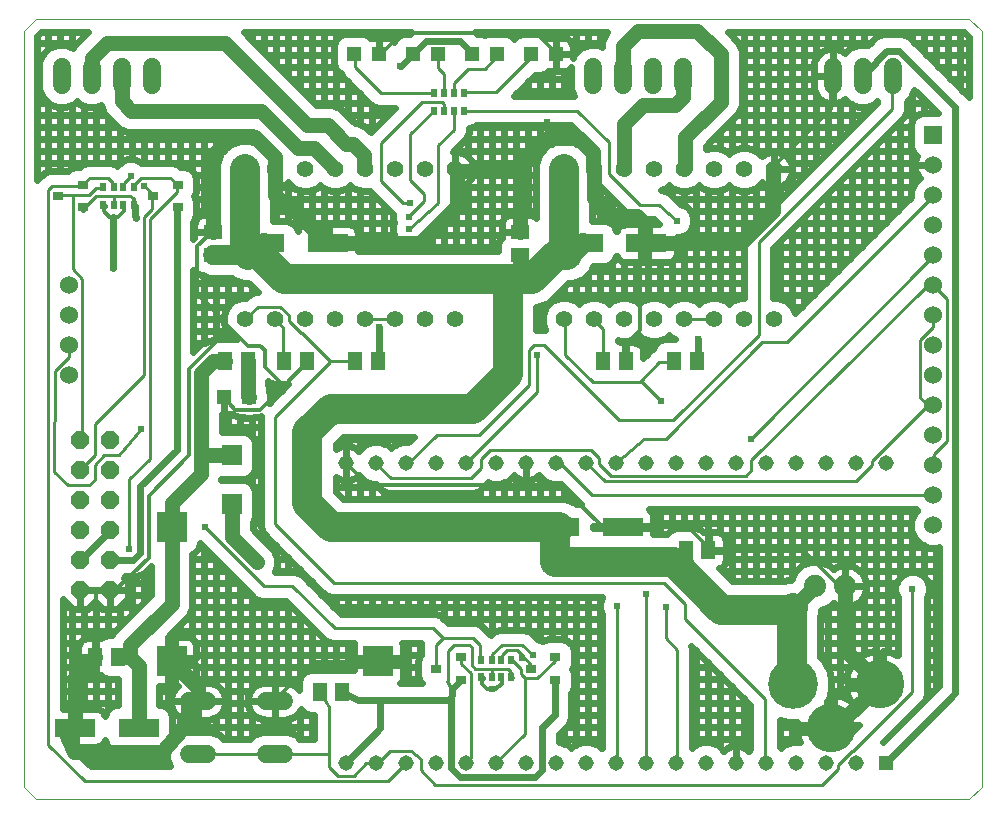
<source format=gtl>
G75*
%MOIN*%
%OFA0B0*%
%FSLAX25Y25*%
%IPPOS*%
%LPD*%
%AMOC8*
5,1,8,0,0,1.08239X$1,22.5*
%
%ADD10C,0.00000*%
%ADD11C,0.06000*%
%ADD12R,0.06000X0.06000*%
%ADD13R,0.05150X0.05150*%
%ADD14C,0.05150*%
%ADD15C,0.05543*%
%ADD16R,0.04724X0.04724*%
%ADD17R,0.05118X0.06299*%
%ADD18R,0.05906X0.05118*%
%ADD19R,0.13780X0.06299*%
%ADD20C,0.16598*%
%ADD21C,0.16200*%
%ADD22C,0.07400*%
%ADD23R,0.05118X0.05906*%
%ADD24R,0.10000X0.10000*%
%ADD25C,0.05937*%
%ADD26C,0.06000*%
%ADD27R,0.06693X0.07087*%
%ADD28OC8,0.06000*%
%ADD29R,0.03543X0.03150*%
%ADD30R,0.02362X0.03150*%
%ADD31R,0.01969X0.03150*%
%ADD32C,0.05000*%
%ADD33C,0.01200*%
%ADD34C,0.02400*%
%ADD35C,0.01600*%
%ADD36C,0.02400*%
%ADD37OC8,0.02570*%
%ADD38C,0.01000*%
%ADD39C,0.10000*%
%ADD40C,0.06600*%
%ADD41C,0.04400*%
%ADD42C,0.04000*%
D10*
X0001000Y0004937D02*
X0001000Y0256906D01*
X0004937Y0260843D01*
X0315961Y0260843D01*
X0320409Y0256906D01*
X0320409Y0004937D01*
X0315961Y0001000D01*
X0004937Y0001000D01*
X0001000Y0004937D01*
D11*
X0016039Y0142063D03*
X0016039Y0152063D03*
X0016039Y0162063D03*
X0016039Y0172063D03*
X0304150Y0172063D03*
X0304150Y0182063D03*
X0304150Y0192063D03*
X0304150Y0202063D03*
X0304150Y0212063D03*
X0304150Y0162063D03*
X0304150Y0152063D03*
X0304150Y0142063D03*
X0304150Y0132063D03*
X0304150Y0122063D03*
X0304150Y0112063D03*
X0304150Y0102063D03*
X0304150Y0092063D03*
D12*
X0304150Y0222063D03*
D13*
X0288402Y0012811D03*
D14*
X0278402Y0012811D03*
X0268402Y0012811D03*
X0258402Y0012811D03*
X0248402Y0012811D03*
X0238402Y0012811D03*
X0228402Y0012811D03*
X0218402Y0012811D03*
X0208402Y0012811D03*
X0198402Y0012811D03*
X0188402Y0012811D03*
X0178402Y0012811D03*
X0168402Y0012811D03*
X0158402Y0012811D03*
X0148402Y0012811D03*
X0138402Y0012811D03*
X0128402Y0012811D03*
X0118402Y0012811D03*
X0108402Y0012811D03*
X0108402Y0112811D03*
X0118402Y0112811D03*
X0128402Y0112811D03*
X0138402Y0112811D03*
X0148402Y0112811D03*
X0158402Y0112811D03*
X0168402Y0112811D03*
X0178402Y0112811D03*
X0188402Y0112811D03*
X0198402Y0112811D03*
X0208402Y0112811D03*
X0218402Y0112811D03*
X0228402Y0112811D03*
X0238402Y0112811D03*
X0248402Y0112811D03*
X0258402Y0112811D03*
X0268402Y0112811D03*
X0278402Y0112811D03*
X0288402Y0112811D03*
D15*
X0251039Y0160724D03*
X0241039Y0160724D03*
X0231039Y0160724D03*
X0221039Y0160724D03*
X0211039Y0160724D03*
X0201039Y0160724D03*
X0191039Y0160724D03*
X0181039Y0160724D03*
X0144740Y0160724D03*
X0134740Y0160724D03*
X0124740Y0160724D03*
X0114740Y0160724D03*
X0104740Y0160724D03*
X0094740Y0160724D03*
X0084740Y0160724D03*
X0074740Y0160724D03*
X0074740Y0210724D03*
X0084740Y0210724D03*
X0094740Y0210724D03*
X0104740Y0210724D03*
X0114740Y0210724D03*
X0124740Y0210724D03*
X0134740Y0210724D03*
X0144740Y0210724D03*
X0181039Y0210724D03*
X0191039Y0210724D03*
X0201039Y0210724D03*
X0211039Y0210724D03*
X0221039Y0210724D03*
X0231039Y0210724D03*
X0241039Y0210724D03*
X0251039Y0210724D03*
D16*
X0178362Y0249031D03*
X0170094Y0249031D03*
X0158677Y0249031D03*
X0150409Y0249031D03*
X0138992Y0249031D03*
X0130724Y0249031D03*
X0119307Y0249031D03*
X0111039Y0249031D03*
X0076000Y0134858D03*
X0067732Y0134858D03*
D17*
X0068126Y0146669D03*
X0075606Y0146669D03*
X0087811Y0146669D03*
X0095291Y0146669D03*
X0111433Y0146669D03*
X0118913Y0146669D03*
X0194110Y0146669D03*
X0201591Y0146669D03*
X0217732Y0146669D03*
X0225213Y0146669D03*
X0107102Y0036433D03*
X0099622Y0036433D03*
D18*
X0063992Y0182299D03*
X0063992Y0189780D03*
X0166354Y0189780D03*
X0166354Y0182299D03*
D19*
X0187220Y0186039D03*
X0208480Y0186039D03*
X0200606Y0091551D03*
X0179346Y0091551D03*
X0102181Y0186039D03*
X0080921Y0186039D03*
X0039189Y0024622D03*
X0017929Y0024622D03*
D20*
X0257387Y0039189D03*
D21*
X0269898Y0024380D03*
X0286209Y0039089D03*
D22*
X0274780Y0071866D03*
X0264780Y0071866D03*
D23*
X0229150Y0083677D03*
X0221669Y0083677D03*
X0032299Y0048244D03*
X0024819Y0048244D03*
D24*
X0050213Y0046669D03*
X0050213Y0091551D03*
X0119110Y0091551D03*
X0119110Y0046669D03*
D25*
X0087630Y0033480D02*
X0081693Y0033480D01*
X0081693Y0015764D02*
X0087630Y0015764D01*
X0062039Y0015764D02*
X0056102Y0015764D01*
X0056102Y0033480D02*
X0062039Y0033480D01*
D26*
X0043559Y0238906D02*
X0043559Y0244906D01*
X0033559Y0244906D02*
X0033559Y0238906D01*
X0023559Y0238906D02*
X0023559Y0244906D01*
X0013559Y0244906D02*
X0013559Y0238906D01*
X0190724Y0238906D02*
X0190724Y0244906D01*
X0200724Y0244906D02*
X0200724Y0238906D01*
X0210724Y0238906D02*
X0210724Y0244906D01*
X0220724Y0244906D02*
X0220724Y0238906D01*
X0270528Y0238906D02*
X0270528Y0244906D01*
X0280528Y0244906D02*
X0280528Y0238906D01*
X0290528Y0238906D02*
X0290528Y0244906D01*
D27*
X0070291Y0115370D03*
X0070291Y0099228D03*
D28*
X0029622Y0100488D03*
X0029622Y0090488D03*
X0029622Y0080488D03*
X0019622Y0080488D03*
X0019622Y0090488D03*
X0019622Y0100488D03*
X0019622Y0110488D03*
X0029622Y0110488D03*
X0029622Y0120488D03*
X0019622Y0120488D03*
X0019622Y0070488D03*
X0029622Y0070488D03*
D29*
X0138402Y0044307D03*
X0146669Y0040567D03*
X0146669Y0048047D03*
X0169898Y0044307D03*
X0178165Y0040567D03*
X0178165Y0048047D03*
X0052181Y0198047D03*
X0052181Y0205528D03*
X0043913Y0201787D03*
X0020685Y0198047D03*
X0020685Y0205528D03*
X0012417Y0201787D03*
D30*
X0027476Y0198835D03*
X0027476Y0204740D03*
X0037516Y0204740D03*
X0037516Y0198835D03*
X0137713Y0230331D03*
X0137713Y0236236D03*
X0147752Y0236236D03*
X0147752Y0230331D03*
X0153461Y0047260D03*
X0153461Y0041354D03*
X0163500Y0041354D03*
X0163500Y0047260D03*
D31*
X0160055Y0047260D03*
X0156906Y0047260D03*
X0156906Y0041354D03*
X0160055Y0041354D03*
X0034071Y0198835D03*
X0030921Y0198835D03*
X0030921Y0204740D03*
X0034071Y0204740D03*
X0141157Y0230331D03*
X0144307Y0230331D03*
X0144307Y0236236D03*
X0141157Y0236236D03*
D32*
X0144740Y0210724D02*
X0145409Y0210055D01*
X0166354Y0210055D01*
X0166354Y0212024D01*
X0175409Y0221079D01*
X0186039Y0221079D01*
X0190764Y0216354D01*
X0190764Y0211000D01*
X0191039Y0210724D01*
X0191039Y0201118D01*
X0197063Y0195094D01*
X0205331Y0195094D01*
X0208087Y0192339D01*
X0208087Y0186433D01*
X0208480Y0186039D01*
X0239976Y0186039D01*
X0250606Y0196669D01*
X0250606Y0210291D01*
X0251039Y0210724D01*
X0233283Y0233283D02*
X0221472Y0221472D01*
X0221472Y0211157D01*
X0221039Y0210724D01*
X0201039Y0210724D02*
X0201039Y0225843D01*
X0207299Y0232102D01*
X0217929Y0232102D01*
X0220685Y0234858D01*
X0220685Y0241866D01*
X0233283Y0249031D02*
X0233283Y0233283D01*
X0233283Y0249031D02*
X0225409Y0256906D01*
X0205724Y0256906D01*
X0200724Y0251906D01*
X0200724Y0241906D01*
X0166354Y0210055D02*
X0166354Y0189780D01*
X0166354Y0182299D02*
X0166354Y0174228D01*
X0145488Y0198638D02*
X0145488Y0209976D01*
X0144740Y0210724D01*
X0145488Y0198638D02*
X0132890Y0186039D01*
X0102181Y0186039D01*
X0091157Y0197063D01*
X0089976Y0197063D01*
X0084740Y0202299D01*
X0084740Y0210724D01*
X0084740Y0214898D01*
X0078165Y0221472D01*
X0069898Y0221472D01*
X0063992Y0215567D01*
X0063992Y0189780D01*
X0092339Y0217929D02*
X0097535Y0217929D01*
X0104740Y0210724D01*
X0108480Y0219110D02*
X0110843Y0219110D01*
X0114386Y0215567D01*
X0114386Y0211079D01*
X0114740Y0210724D01*
X0108480Y0219110D02*
X0102181Y0225409D01*
X0095488Y0225409D01*
X0067929Y0252969D01*
X0028559Y0252969D01*
X0023559Y0247969D01*
X0023559Y0241906D01*
X0033559Y0241906D02*
X0033559Y0233402D01*
X0036827Y0230134D01*
X0080134Y0230134D01*
X0092339Y0217929D01*
X0075606Y0146669D02*
X0075606Y0135252D01*
X0076000Y0134858D01*
X0068126Y0146669D02*
X0063992Y0146669D01*
X0060055Y0142732D01*
X0060055Y0115173D01*
X0060055Y0109268D01*
X0050213Y0099425D01*
X0050213Y0091551D01*
X0050213Y0065961D01*
X0036433Y0052181D01*
X0036433Y0048244D01*
X0036335Y0048146D01*
X0032299Y0048244D01*
X0036335Y0048146D02*
X0039189Y0045291D01*
X0039189Y0024622D01*
X0047063Y0016354D02*
X0017535Y0016354D01*
X0015173Y0022654D01*
X0015173Y0023441D01*
X0017929Y0024622D01*
X0017929Y0041354D01*
X0024819Y0048244D01*
X0050213Y0046669D02*
X0059071Y0037811D01*
X0059071Y0033480D01*
X0057496Y0033480D01*
X0055724Y0031709D01*
X0055724Y0026591D01*
X0047063Y0016354D01*
X0078559Y0079740D02*
X0070291Y0088008D01*
X0070291Y0099228D01*
X0070291Y0115370D02*
X0060252Y0115370D01*
X0060055Y0115173D01*
X0257387Y0064473D02*
X0257387Y0039189D01*
X0269898Y0024380D02*
X0271499Y0024380D01*
X0286209Y0039089D01*
X0274780Y0050518D01*
X0274780Y0071866D01*
X0264780Y0071866D02*
X0257387Y0064473D01*
D33*
X0272350Y0072100D02*
X0274780Y0071866D01*
X0272350Y0072100D02*
X0261100Y0083350D01*
X0229600Y0083350D01*
X0229150Y0083677D01*
X0228700Y0083800D01*
X0228700Y0085150D01*
X0222400Y0091450D01*
X0200800Y0091450D01*
X0200606Y0091551D01*
X0200350Y0091900D01*
X0193565Y0091900D01*
X0180134Y0105331D01*
X0178559Y0106118D01*
X0177772Y0105513D01*
X0168323Y0105513D01*
X0168323Y0112600D01*
X0168400Y0112600D01*
X0168323Y0105513D02*
X0115750Y0105513D01*
X0108663Y0112600D01*
X0108550Y0112600D01*
X0108402Y0112811D01*
X0085600Y0136000D02*
X0085375Y0136225D01*
X0079750Y0130600D01*
X0071481Y0130600D01*
X0069400Y0132681D01*
X0068050Y0132681D01*
X0067732Y0134858D01*
X0055900Y0144100D02*
X0069738Y0157938D01*
X0075756Y0151919D01*
X0079806Y0151919D01*
X0081325Y0150400D01*
X0081325Y0144775D01*
X0087625Y0138475D01*
X0085375Y0136225D01*
X0085600Y0136000D02*
X0085206Y0135944D01*
X0087625Y0138475D02*
X0095500Y0146350D01*
X0095291Y0146669D01*
X0069738Y0157938D02*
X0058600Y0169469D01*
X0058600Y0185050D01*
X0062200Y0188650D01*
X0063992Y0189780D01*
X0037516Y0198835D02*
X0037516Y0200705D01*
X0034300Y0198550D02*
X0034300Y0196750D01*
X0032500Y0194950D01*
X0030700Y0194950D01*
X0029350Y0194950D01*
X0027550Y0196750D01*
X0027550Y0198550D01*
X0034071Y0198835D02*
X0034300Y0198550D01*
X0055900Y0144100D02*
X0055900Y0115637D01*
X0042569Y0101912D01*
X0042569Y0081325D01*
X0031600Y0070750D01*
X0029800Y0070750D01*
X0029622Y0070488D01*
X0029350Y0070750D01*
X0024850Y0070750D01*
X0024850Y0050500D01*
X0024819Y0048244D01*
X0024850Y0070750D02*
X0019900Y0070750D01*
X0019622Y0070488D01*
X0084700Y0033850D02*
X0084661Y0033480D01*
X0084700Y0033850D02*
X0097300Y0046450D01*
X0118900Y0046450D01*
X0119110Y0046669D01*
X0142339Y0039976D02*
X0143520Y0037220D01*
X0153550Y0039250D02*
X0155350Y0037450D01*
X0158500Y0037450D01*
X0159175Y0038125D01*
X0157094Y0037450D01*
X0159175Y0038125D02*
X0160300Y0039250D01*
X0160300Y0041050D01*
X0160055Y0041354D01*
X0163500Y0041354D02*
X0163900Y0041050D01*
X0153550Y0041050D02*
X0153550Y0039250D01*
X0177772Y0105513D02*
X0178635Y0105513D01*
X0201591Y0146669D02*
X0201700Y0146800D01*
X0201700Y0152594D01*
X0206256Y0157150D01*
X0206256Y0184206D01*
X0208480Y0186039D01*
X0251039Y0210724D02*
X0252100Y0212950D01*
X0270100Y0230950D01*
X0270100Y0241750D01*
X0270528Y0241906D01*
X0178362Y0249031D02*
X0178300Y0249400D01*
X0171550Y0256150D01*
X0127113Y0256150D01*
X0120363Y0249400D01*
X0119350Y0249400D01*
X0119307Y0249031D01*
D34*
X0126197Y0245094D03*
X0129813Y0199337D03*
X0129475Y0194894D03*
X0129475Y0190900D03*
X0119350Y0158050D03*
X0085206Y0135944D03*
X0040150Y0124300D03*
X0061187Y0091450D03*
X0036100Y0084250D03*
X0030700Y0177852D03*
X0038350Y0194500D03*
X0041050Y0205300D03*
X0036550Y0208450D03*
X0051963Y0194444D03*
X0172000Y0148713D03*
X0213344Y0133356D03*
X0225550Y0154113D03*
X0243269Y0120925D03*
X0208480Y0069110D03*
X0214863Y0064900D03*
X0198638Y0065173D03*
X0170650Y0048700D03*
X0167050Y0047800D03*
X0157094Y0037450D03*
X0297100Y0070807D03*
X0218575Y0193656D03*
X0175409Y0226591D03*
X0178165Y0243126D03*
D35*
X0178165Y0248835D01*
X0178362Y0249031D01*
X0175409Y0226591D02*
X0175409Y0221079D01*
D36*
X0175715Y0218693D02*
X0173070Y0216049D01*
X0171639Y0212594D01*
X0171639Y0194532D01*
X0171347Y0194824D01*
X0170823Y0195174D01*
X0170240Y0195416D01*
X0169622Y0195539D01*
X0166434Y0195539D01*
X0166434Y0189859D01*
X0166275Y0189859D01*
X0166275Y0195539D01*
X0163086Y0195539D01*
X0162468Y0195416D01*
X0161886Y0195174D01*
X0161362Y0194824D01*
X0160916Y0194378D01*
X0160566Y0193854D01*
X0160325Y0193272D01*
X0160202Y0192654D01*
X0160202Y0189859D01*
X0166275Y0189859D01*
X0166275Y0189700D01*
X0160202Y0189700D01*
X0160202Y0187881D01*
X0159671Y0187351D01*
X0159002Y0185733D01*
X0159002Y0183628D01*
X0112271Y0183628D01*
X0112271Y0185665D01*
X0102556Y0185665D01*
X0102556Y0186414D01*
X0112271Y0186414D01*
X0112271Y0189504D01*
X0112148Y0190122D01*
X0111907Y0190705D01*
X0111556Y0191229D01*
X0111111Y0191675D01*
X0110587Y0192025D01*
X0110004Y0192266D01*
X0109386Y0192389D01*
X0102556Y0192389D01*
X0102556Y0186414D01*
X0101806Y0186414D01*
X0101806Y0192389D01*
X0094976Y0192389D01*
X0094358Y0192266D01*
X0093776Y0192025D01*
X0093251Y0191675D01*
X0092806Y0191229D01*
X0092456Y0190705D01*
X0092214Y0190122D01*
X0092205Y0190078D01*
X0091541Y0191681D01*
X0090303Y0192919D01*
X0088686Y0193589D01*
X0084140Y0193589D01*
X0084140Y0204773D01*
X0084270Y0204753D01*
X0084740Y0204753D01*
X0084740Y0210724D01*
X0084740Y0210724D01*
X0084740Y0204753D01*
X0085210Y0204753D01*
X0086139Y0204900D01*
X0087032Y0205190D01*
X0087870Y0205617D01*
X0088630Y0206169D01*
X0088892Y0206431D01*
X0090678Y0204645D01*
X0093314Y0203553D01*
X0096167Y0203553D01*
X0098803Y0204645D01*
X0099740Y0205582D01*
X0100678Y0204645D01*
X0103314Y0203553D01*
X0106167Y0203553D01*
X0108803Y0204645D01*
X0109740Y0205582D01*
X0110678Y0204645D01*
X0113314Y0203553D01*
X0116167Y0203553D01*
X0116276Y0203598D01*
X0117122Y0202751D01*
X0123875Y0195998D01*
X0123875Y0193780D01*
X0124241Y0192897D01*
X0123875Y0192014D01*
X0123875Y0189786D01*
X0124728Y0187728D01*
X0126303Y0186153D01*
X0128361Y0185300D01*
X0130589Y0185300D01*
X0132647Y0186153D01*
X0134223Y0187728D01*
X0134756Y0189016D01*
X0141774Y0195177D01*
X0141926Y0195240D01*
X0142502Y0195816D01*
X0143115Y0196354D01*
X0143188Y0196502D01*
X0143304Y0196618D01*
X0143616Y0197372D01*
X0143976Y0198103D01*
X0143987Y0198267D01*
X0144050Y0198419D01*
X0144050Y0199235D01*
X0144103Y0200048D01*
X0144050Y0200204D01*
X0144050Y0204788D01*
X0144270Y0204753D01*
X0144740Y0204753D01*
X0144740Y0210724D01*
X0144740Y0210724D01*
X0144740Y0204753D01*
X0145210Y0204753D01*
X0146139Y0204900D01*
X0147032Y0205190D01*
X0147870Y0205617D01*
X0148630Y0206169D01*
X0149295Y0206834D01*
X0149848Y0207595D01*
X0150274Y0208432D01*
X0150565Y0209326D01*
X0150712Y0210254D01*
X0150712Y0210724D01*
X0144740Y0210724D01*
X0144740Y0210724D01*
X0144740Y0210725D02*
X0144740Y0216696D01*
X0144270Y0216696D01*
X0144066Y0216664D01*
X0147083Y0219681D01*
X0148461Y0221059D01*
X0149207Y0222860D01*
X0149207Y0224356D01*
X0149808Y0224356D01*
X0151425Y0225026D01*
X0151830Y0225431D01*
X0183419Y0225431D01*
X0190982Y0217868D01*
X0190982Y0216696D01*
X0190569Y0216696D01*
X0189641Y0216549D01*
X0188786Y0216271D01*
X0186364Y0218693D01*
X0182909Y0220124D01*
X0179170Y0220124D01*
X0175715Y0218693D01*
X0177000Y0219226D02*
X0177000Y0225431D01*
X0181000Y0225431D02*
X0181000Y0220124D01*
X0185000Y0219258D02*
X0185000Y0223850D01*
X0183850Y0225000D02*
X0151363Y0225000D01*
X0153000Y0225431D02*
X0153000Y0183628D01*
X0149000Y0183628D02*
X0149000Y0206539D01*
X0150459Y0209000D02*
X0171639Y0209000D01*
X0171639Y0205000D02*
X0146447Y0205000D01*
X0145000Y0204753D02*
X0145000Y0183628D01*
X0141000Y0183628D02*
X0141000Y0194497D01*
X0139294Y0193000D02*
X0160270Y0193000D01*
X0161000Y0194462D02*
X0161000Y0225431D01*
X0165000Y0225431D02*
X0165000Y0195539D01*
X0166275Y0193000D02*
X0166434Y0193000D01*
X0165000Y0189859D02*
X0165000Y0189700D01*
X0161000Y0189700D02*
X0161000Y0189859D01*
X0160202Y0189000D02*
X0134750Y0189000D01*
X0137000Y0190986D02*
X0137000Y0183628D01*
X0133000Y0183628D02*
X0133000Y0186505D01*
X0129000Y0185300D02*
X0129000Y0183628D01*
X0125000Y0183628D02*
X0125000Y0187456D01*
X0124201Y0189000D02*
X0112271Y0189000D01*
X0109000Y0186414D02*
X0109000Y0185665D01*
X0112271Y0185000D02*
X0159002Y0185000D01*
X0157000Y0183628D02*
X0157000Y0225431D01*
X0149000Y0222360D02*
X0149000Y0214910D01*
X0149295Y0214615D02*
X0148630Y0215279D01*
X0147870Y0215832D01*
X0147032Y0216259D01*
X0146139Y0216549D01*
X0145210Y0216696D01*
X0144740Y0216696D01*
X0144740Y0210725D01*
X0144740Y0210725D01*
X0144740Y0210724D02*
X0150712Y0210724D01*
X0150712Y0211194D01*
X0150565Y0212123D01*
X0150274Y0213017D01*
X0149848Y0213854D01*
X0149295Y0214615D01*
X0150280Y0213000D02*
X0171807Y0213000D01*
X0173000Y0215879D02*
X0173000Y0225431D01*
X0169000Y0225431D02*
X0169000Y0195539D01*
X0171639Y0197000D02*
X0143462Y0197000D01*
X0144050Y0201000D02*
X0171639Y0201000D01*
X0189000Y0216341D02*
X0189000Y0219850D01*
X0187850Y0221000D02*
X0148402Y0221000D01*
X0145000Y0217598D02*
X0145000Y0216696D01*
X0144402Y0217000D02*
X0174021Y0217000D01*
X0188057Y0217000D02*
X0190982Y0217000D01*
X0191039Y0208239D02*
X0191039Y0208239D01*
X0191039Y0204753D01*
X0191039Y0208239D01*
X0191039Y0205000D02*
X0191039Y0205000D01*
X0191039Y0204753D02*
X0191509Y0204753D01*
X0192438Y0204900D01*
X0193142Y0205129D01*
X0202046Y0196224D01*
X0203424Y0194846D01*
X0205225Y0194100D01*
X0210909Y0194100D01*
X0212746Y0192389D01*
X0208855Y0192389D01*
X0208855Y0186414D01*
X0218570Y0186414D01*
X0218570Y0188056D01*
X0219689Y0188056D01*
X0221747Y0188908D01*
X0223322Y0190484D01*
X0224175Y0192542D01*
X0224175Y0194770D01*
X0223322Y0196828D01*
X0221747Y0198403D01*
X0219802Y0199209D01*
X0216240Y0202526D01*
X0215613Y0203154D01*
X0215529Y0203188D01*
X0215463Y0203250D01*
X0214632Y0203560D01*
X0213812Y0203900D01*
X0213722Y0203900D01*
X0213637Y0203932D01*
X0213356Y0203922D01*
X0215102Y0204645D01*
X0216039Y0205582D01*
X0216977Y0204645D01*
X0219613Y0203553D01*
X0222466Y0203553D01*
X0225102Y0204645D01*
X0226039Y0205582D01*
X0226977Y0204645D01*
X0229613Y0203553D01*
X0232466Y0203553D01*
X0235102Y0204645D01*
X0236039Y0205582D01*
X0236977Y0204645D01*
X0239613Y0203553D01*
X0242466Y0203553D01*
X0245102Y0204645D01*
X0246888Y0206431D01*
X0247149Y0206169D01*
X0247910Y0205617D01*
X0248747Y0205190D01*
X0249641Y0204900D01*
X0250569Y0204753D01*
X0251039Y0204753D01*
X0251039Y0210724D01*
X0251039Y0210724D01*
X0251039Y0204753D01*
X0251509Y0204753D01*
X0252438Y0204900D01*
X0253332Y0205190D01*
X0254169Y0205617D01*
X0254930Y0206169D01*
X0255594Y0206834D01*
X0256147Y0207595D01*
X0256574Y0208432D01*
X0256864Y0209326D01*
X0257011Y0210254D01*
X0257011Y0210724D01*
X0251039Y0210724D01*
X0251039Y0210724D01*
X0251039Y0210725D02*
X0251039Y0216696D01*
X0250569Y0216696D01*
X0249641Y0216549D01*
X0248747Y0216259D01*
X0247910Y0215832D01*
X0247149Y0215279D01*
X0246888Y0215018D01*
X0245102Y0216804D01*
X0242466Y0217896D01*
X0239613Y0217896D01*
X0236977Y0216804D01*
X0236039Y0215867D01*
X0235102Y0216804D01*
X0232466Y0217896D01*
X0229613Y0217896D01*
X0228372Y0217382D01*
X0228372Y0218614D01*
X0239133Y0229375D01*
X0240183Y0231911D01*
X0240183Y0250404D01*
X0239133Y0252940D01*
X0237192Y0254881D01*
X0235630Y0256443D01*
X0314293Y0256443D01*
X0316009Y0254924D01*
X0316009Y0234810D01*
X0295772Y0255047D01*
X0293714Y0255900D01*
X0287436Y0255900D01*
X0285378Y0255047D01*
X0283803Y0253472D01*
X0282450Y0252119D01*
X0282000Y0252305D01*
X0279056Y0252305D01*
X0276336Y0251179D01*
X0274679Y0249522D01*
X0274567Y0249635D01*
X0273777Y0250208D01*
X0272908Y0250651D01*
X0271979Y0250953D01*
X0271016Y0251105D01*
X0270528Y0251105D01*
X0270528Y0241906D01*
X0270527Y0241906D01*
X0270527Y0241905D01*
X0270528Y0241905D01*
X0270528Y0232706D01*
X0271016Y0232706D01*
X0271979Y0232858D01*
X0272908Y0233160D01*
X0273777Y0233603D01*
X0274567Y0234176D01*
X0274679Y0234289D01*
X0276336Y0232632D01*
X0279056Y0231506D01*
X0282000Y0231506D01*
X0284719Y0232632D01*
X0285450Y0233363D01*
X0285450Y0232980D01*
X0241759Y0189288D01*
X0241013Y0187487D01*
X0241013Y0167896D01*
X0239613Y0167896D01*
X0236977Y0166804D01*
X0236039Y0165867D01*
X0235102Y0166804D01*
X0232466Y0167896D01*
X0229613Y0167896D01*
X0226977Y0166804D01*
X0226039Y0165867D01*
X0225102Y0166804D01*
X0222466Y0167896D01*
X0219613Y0167896D01*
X0216977Y0166804D01*
X0216039Y0165867D01*
X0215102Y0166804D01*
X0212466Y0167896D01*
X0209613Y0167896D01*
X0206977Y0166804D01*
X0206039Y0165867D01*
X0205102Y0166804D01*
X0202466Y0167896D01*
X0199613Y0167896D01*
X0196977Y0166804D01*
X0196039Y0165867D01*
X0195102Y0166804D01*
X0192466Y0167896D01*
X0189613Y0167896D01*
X0186977Y0166804D01*
X0186039Y0165867D01*
X0185102Y0166804D01*
X0182466Y0167896D01*
X0179613Y0167896D01*
X0176977Y0166804D01*
X0174960Y0164787D01*
X0173868Y0162151D01*
X0173868Y0159298D01*
X0174786Y0157081D01*
X0171620Y0157081D01*
X0171620Y0164828D01*
X0172161Y0164828D01*
X0175616Y0166259D01*
X0178260Y0168904D01*
X0182256Y0172899D01*
X0183972Y0172899D01*
X0187427Y0174330D01*
X0190071Y0176975D01*
X0190699Y0178490D01*
X0194985Y0178490D01*
X0196603Y0179160D01*
X0197840Y0180397D01*
X0198505Y0182001D01*
X0198514Y0181956D01*
X0198755Y0181374D01*
X0199105Y0180850D01*
X0199551Y0180404D01*
X0200075Y0180054D01*
X0200657Y0179813D01*
X0201275Y0179690D01*
X0208105Y0179690D01*
X0208105Y0185664D01*
X0208855Y0185664D01*
X0208855Y0179690D01*
X0215685Y0179690D01*
X0216303Y0179813D01*
X0216886Y0180054D01*
X0217410Y0180404D01*
X0217856Y0180850D01*
X0218206Y0181374D01*
X0218447Y0181956D01*
X0218570Y0182575D01*
X0218570Y0185665D01*
X0208855Y0185665D01*
X0208855Y0186414D01*
X0208105Y0186414D01*
X0208105Y0192389D01*
X0201275Y0192389D01*
X0200657Y0192266D01*
X0200075Y0192025D01*
X0199551Y0191675D01*
X0199105Y0191229D01*
X0198755Y0190705D01*
X0198514Y0190122D01*
X0198505Y0190078D01*
X0197840Y0191681D01*
X0196603Y0192919D01*
X0194985Y0193589D01*
X0190439Y0193589D01*
X0190439Y0204773D01*
X0190569Y0204753D01*
X0191039Y0204753D01*
X0192746Y0205000D02*
X0193270Y0205000D01*
X0193000Y0205082D02*
X0193000Y0193589D01*
X0196407Y0193000D02*
X0212090Y0193000D01*
X0209000Y0192389D02*
X0209000Y0194100D01*
X0208855Y0189000D02*
X0208105Y0189000D01*
X0209000Y0186414D02*
X0209000Y0185665D01*
X0208855Y0185000D02*
X0208105Y0185000D01*
X0208105Y0181000D02*
X0208855Y0181000D01*
X0209000Y0179690D02*
X0209000Y0167642D01*
X0213000Y0167675D02*
X0213000Y0179690D01*
X0217000Y0180130D02*
X0217000Y0166814D01*
X0221000Y0167896D02*
X0221000Y0188599D01*
X0221838Y0189000D02*
X0241639Y0189000D01*
X0245000Y0192530D02*
X0245000Y0204602D01*
X0245457Y0205000D02*
X0249333Y0205000D01*
X0249000Y0205108D02*
X0249000Y0196530D01*
X0249470Y0197000D02*
X0223150Y0197000D01*
X0221000Y0198713D02*
X0221000Y0203553D01*
X0217879Y0201000D02*
X0253470Y0201000D01*
X0253000Y0200530D02*
X0253000Y0205082D01*
X0252746Y0205000D02*
X0257470Y0205000D01*
X0257000Y0204530D02*
X0257000Y0210185D01*
X0257000Y0210724D02*
X0257000Y0210724D01*
X0257011Y0210724D02*
X0257011Y0211194D01*
X0256864Y0212123D01*
X0256574Y0213017D01*
X0256147Y0213854D01*
X0255594Y0214615D01*
X0254930Y0215279D01*
X0254169Y0215832D01*
X0253332Y0216259D01*
X0252438Y0216549D01*
X0251509Y0216696D01*
X0251039Y0216696D01*
X0251039Y0210725D01*
X0251039Y0210725D01*
X0251039Y0210724D02*
X0257011Y0210724D01*
X0257000Y0211264D02*
X0257000Y0256443D01*
X0253000Y0256443D02*
X0253000Y0216366D01*
X0251039Y0213000D02*
X0251039Y0213000D01*
X0253000Y0210724D02*
X0253000Y0210724D01*
X0251039Y0209000D02*
X0251039Y0209000D01*
X0251039Y0205000D02*
X0251039Y0205000D01*
X0256758Y0209000D02*
X0261470Y0209000D01*
X0261000Y0208530D02*
X0261000Y0256443D01*
X0265000Y0256443D02*
X0265000Y0247714D01*
X0264782Y0247285D02*
X0265225Y0248155D01*
X0265798Y0248945D01*
X0266489Y0249635D01*
X0267278Y0250208D01*
X0268148Y0250651D01*
X0269076Y0250953D01*
X0270040Y0251105D01*
X0270527Y0251105D01*
X0270527Y0241906D01*
X0264328Y0241906D01*
X0264328Y0245393D01*
X0264480Y0246357D01*
X0264782Y0247285D01*
X0265854Y0249000D02*
X0240183Y0249000D01*
X0240183Y0245000D02*
X0264328Y0245000D01*
X0264328Y0241905D02*
X0264328Y0238418D01*
X0264480Y0237454D01*
X0264782Y0236526D01*
X0265225Y0235656D01*
X0265798Y0234866D01*
X0266489Y0234176D01*
X0267278Y0233603D01*
X0268148Y0233160D01*
X0269076Y0232858D01*
X0270040Y0232706D01*
X0270527Y0232706D01*
X0270527Y0241905D01*
X0264328Y0241905D01*
X0265000Y0241905D02*
X0265000Y0241906D01*
X0264328Y0241000D02*
X0240183Y0241000D01*
X0240183Y0237000D02*
X0264628Y0237000D01*
X0265000Y0236097D02*
X0265000Y0212530D01*
X0265470Y0213000D02*
X0256579Y0213000D01*
X0249000Y0216341D02*
X0249000Y0256443D01*
X0245000Y0256443D02*
X0245000Y0216846D01*
X0244629Y0217000D02*
X0269470Y0217000D01*
X0269000Y0216530D02*
X0269000Y0232883D01*
X0268639Y0233000D02*
X0240183Y0233000D01*
X0238758Y0229000D02*
X0281470Y0229000D01*
X0281000Y0228530D02*
X0281000Y0231506D01*
X0277000Y0232357D02*
X0277000Y0224530D01*
X0277470Y0225000D02*
X0234758Y0225000D01*
X0233000Y0223242D02*
X0233000Y0217675D01*
X0234629Y0217000D02*
X0237450Y0217000D01*
X0237000Y0216814D02*
X0237000Y0227242D01*
X0230758Y0221000D02*
X0273470Y0221000D01*
X0273000Y0220530D02*
X0273000Y0233207D01*
X0272416Y0233000D02*
X0275968Y0233000D01*
X0270528Y0233000D02*
X0270527Y0233000D01*
X0270527Y0237000D02*
X0270528Y0237000D01*
X0270527Y0241000D02*
X0270528Y0241000D01*
X0269000Y0241905D02*
X0269000Y0241906D01*
X0270527Y0245000D02*
X0270528Y0245000D01*
X0270527Y0249000D02*
X0270528Y0249000D01*
X0269000Y0250928D02*
X0269000Y0256443D01*
X0273000Y0256443D02*
X0273000Y0250604D01*
X0277000Y0251454D02*
X0277000Y0256443D01*
X0281000Y0256443D02*
X0281000Y0252305D01*
X0283330Y0253000D02*
X0239073Y0253000D01*
X0237000Y0255073D02*
X0237000Y0256443D01*
X0241000Y0256443D02*
X0241000Y0217896D01*
X0229000Y0217642D02*
X0229000Y0219242D01*
X0226622Y0205000D02*
X0225457Y0205000D01*
X0225000Y0204602D02*
X0225000Y0166846D01*
X0229000Y0167642D02*
X0229000Y0203807D01*
X0233000Y0203774D02*
X0233000Y0167675D01*
X0237000Y0166814D02*
X0237000Y0204635D01*
X0236622Y0205000D02*
X0235457Y0205000D01*
X0241000Y0203553D02*
X0241000Y0167896D01*
X0241013Y0169000D02*
X0178357Y0169000D01*
X0177000Y0167643D02*
X0177000Y0166814D01*
X0175173Y0165000D02*
X0172576Y0165000D01*
X0173000Y0165176D02*
X0173000Y0157081D01*
X0173868Y0161000D02*
X0171620Y0161000D01*
X0181000Y0167896D02*
X0181000Y0171643D01*
X0184215Y0173000D02*
X0241013Y0173000D01*
X0241013Y0177000D02*
X0190082Y0177000D01*
X0189000Y0175903D02*
X0189000Y0167642D01*
X0185000Y0166846D02*
X0185000Y0173325D01*
X0193000Y0178490D02*
X0193000Y0167675D01*
X0197000Y0166814D02*
X0197000Y0179557D01*
X0198090Y0181000D02*
X0199005Y0181000D01*
X0201000Y0179745D02*
X0201000Y0167896D01*
X0205000Y0166846D02*
X0205000Y0179690D01*
X0213000Y0185665D02*
X0213000Y0186414D01*
X0217000Y0186414D02*
X0217000Y0185665D01*
X0218570Y0185000D02*
X0241013Y0185000D01*
X0241013Y0181000D02*
X0217956Y0181000D01*
X0224175Y0193000D02*
X0245470Y0193000D01*
X0253000Y0186670D02*
X0253000Y0167675D01*
X0252466Y0167896D02*
X0250813Y0167896D01*
X0250813Y0184483D01*
X0293126Y0226796D01*
X0294504Y0228174D01*
X0295250Y0229975D01*
X0295250Y0233163D01*
X0296801Y0234714D01*
X0297816Y0237164D01*
X0305517Y0229463D01*
X0300274Y0229463D01*
X0298657Y0228793D01*
X0297419Y0227555D01*
X0296750Y0225938D01*
X0296750Y0218188D01*
X0297419Y0216571D01*
X0298657Y0215333D01*
X0298822Y0215264D01*
X0298404Y0214443D01*
X0298102Y0213515D01*
X0297950Y0212551D01*
X0297950Y0212063D01*
X0297950Y0211575D01*
X0298102Y0210611D01*
X0298404Y0209683D01*
X0298847Y0208813D01*
X0299421Y0208024D01*
X0299533Y0207912D01*
X0297876Y0206255D01*
X0296750Y0203535D01*
X0296750Y0201529D01*
X0257965Y0162745D01*
X0257119Y0164787D01*
X0255102Y0166804D01*
X0252466Y0167896D01*
X0250813Y0169000D02*
X0264220Y0169000D01*
X0265000Y0169780D02*
X0265000Y0198670D01*
X0263330Y0197000D02*
X0292220Y0197000D01*
X0293000Y0197780D02*
X0293000Y0226670D01*
X0291330Y0225000D02*
X0296750Y0225000D01*
X0297000Y0226543D02*
X0297000Y0235194D01*
X0297748Y0237000D02*
X0297980Y0237000D01*
X0301000Y0233980D02*
X0301000Y0229463D01*
X0299157Y0229000D02*
X0294846Y0229000D01*
X0295250Y0233000D02*
X0301980Y0233000D01*
X0305000Y0229980D02*
X0305000Y0229463D01*
X0311500Y0231400D02*
X0311500Y0036100D01*
X0288550Y0013150D01*
X0288402Y0012811D01*
X0287266Y0019786D02*
X0287265Y0019786D01*
X0301254Y0033774D01*
X0302000Y0035575D01*
X0302000Y0068003D01*
X0302700Y0069693D01*
X0302700Y0071921D01*
X0301847Y0073979D01*
X0300272Y0075555D01*
X0298214Y0076407D01*
X0295986Y0076407D01*
X0293928Y0075555D01*
X0292353Y0073979D01*
X0291500Y0071921D01*
X0291500Y0069693D01*
X0292200Y0068003D01*
X0292200Y0048670D01*
X0291683Y0048995D01*
X0290540Y0049545D01*
X0289342Y0049964D01*
X0288104Y0050247D01*
X0287409Y0050325D01*
X0287409Y0040289D01*
X0285009Y0040289D01*
X0285009Y0050325D01*
X0284313Y0050247D01*
X0283075Y0049964D01*
X0281878Y0049545D01*
X0280734Y0048995D01*
X0279659Y0048319D01*
X0278667Y0047528D01*
X0277770Y0046631D01*
X0276978Y0045638D01*
X0276303Y0044564D01*
X0275752Y0043420D01*
X0275333Y0042222D01*
X0275051Y0040985D01*
X0274972Y0040289D01*
X0285009Y0040289D01*
X0285009Y0037889D01*
X0274972Y0037889D01*
X0275051Y0037193D01*
X0275333Y0035956D01*
X0275752Y0034758D01*
X0276244Y0033738D01*
X0275372Y0034285D01*
X0274229Y0034836D01*
X0273031Y0035255D01*
X0271793Y0035537D01*
X0271098Y0035616D01*
X0271098Y0025580D01*
X0268698Y0025580D01*
X0268698Y0033382D01*
X0269220Y0034287D01*
X0270086Y0037517D01*
X0270086Y0040861D01*
X0269220Y0044091D01*
X0267548Y0046986D01*
X0266305Y0048229D01*
X0266305Y0061442D01*
X0266787Y0062603D01*
X0266787Y0063930D01*
X0269368Y0064999D01*
X0270682Y0066313D01*
X0270938Y0066117D01*
X0271721Y0065664D01*
X0272557Y0065318D01*
X0273431Y0065084D01*
X0274327Y0064966D01*
X0274779Y0064966D01*
X0274779Y0071866D01*
X0274780Y0071866D01*
X0274780Y0071866D01*
X0281680Y0071866D01*
X0281680Y0071414D01*
X0281561Y0070517D01*
X0281327Y0069643D01*
X0280981Y0068808D01*
X0280529Y0068024D01*
X0279978Y0067307D01*
X0279339Y0066667D01*
X0278621Y0066117D01*
X0277838Y0065664D01*
X0277002Y0065318D01*
X0276129Y0065084D01*
X0275232Y0064966D01*
X0274780Y0064966D01*
X0274780Y0071866D01*
X0281680Y0071866D01*
X0281680Y0072318D01*
X0281561Y0073215D01*
X0281327Y0074089D01*
X0280981Y0074924D01*
X0280529Y0075708D01*
X0279978Y0076425D01*
X0279339Y0077065D01*
X0278621Y0077616D01*
X0277838Y0078068D01*
X0277002Y0078414D01*
X0276129Y0078648D01*
X0275232Y0078766D01*
X0274780Y0078766D01*
X0274780Y0071866D01*
X0274779Y0071866D01*
X0274779Y0078766D01*
X0274327Y0078766D01*
X0273431Y0078648D01*
X0272557Y0078414D01*
X0271721Y0078068D01*
X0270938Y0077616D01*
X0270682Y0077419D01*
X0269368Y0078733D01*
X0266391Y0079966D01*
X0263168Y0079966D01*
X0260191Y0078733D01*
X0257913Y0076454D01*
X0256844Y0073873D01*
X0255517Y0073873D01*
X0254355Y0073392D01*
X0237177Y0073392D01*
X0232840Y0077729D01*
X0233224Y0077889D01*
X0233749Y0078239D01*
X0234194Y0078685D01*
X0234544Y0079209D01*
X0234786Y0079791D01*
X0234909Y0080409D01*
X0234909Y0083598D01*
X0229229Y0083598D01*
X0229229Y0083757D01*
X0229070Y0083757D01*
X0229070Y0089830D01*
X0227251Y0089830D01*
X0226721Y0090360D01*
X0225104Y0091030D01*
X0218235Y0091030D01*
X0216618Y0090360D01*
X0215398Y0089140D01*
X0210696Y0089140D01*
X0210696Y0091176D01*
X0200981Y0091176D01*
X0200981Y0091926D01*
X0210696Y0091926D01*
X0210696Y0095016D01*
X0210573Y0095634D01*
X0210332Y0096217D01*
X0209982Y0096741D01*
X0209536Y0097186D01*
X0209291Y0097350D01*
X0298397Y0097350D01*
X0298684Y0097063D01*
X0297876Y0096255D01*
X0296750Y0093535D01*
X0296750Y0090591D01*
X0297876Y0087871D01*
X0299958Y0085790D01*
X0302678Y0084663D01*
X0305622Y0084663D01*
X0305900Y0084778D01*
X0305900Y0038420D01*
X0287266Y0019786D01*
X0288480Y0021000D02*
X0288480Y0021000D01*
X0289000Y0021520D02*
X0289000Y0021520D01*
X0292480Y0025000D02*
X0292480Y0025000D01*
X0293000Y0025520D02*
X0293000Y0025520D01*
X0296480Y0029000D02*
X0296480Y0029000D01*
X0297000Y0029520D02*
X0297000Y0029520D01*
X0300480Y0033000D02*
X0300480Y0033000D01*
X0301000Y0033520D02*
X0301000Y0033520D01*
X0302000Y0037000D02*
X0304480Y0037000D01*
X0305000Y0037520D02*
X0305000Y0084663D01*
X0301864Y0085000D02*
X0234909Y0085000D01*
X0234909Y0083757D02*
X0234909Y0086945D01*
X0234786Y0087563D01*
X0234544Y0088146D01*
X0234194Y0088670D01*
X0233749Y0089116D01*
X0233224Y0089466D01*
X0232642Y0089707D01*
X0232024Y0089830D01*
X0229229Y0089830D01*
X0229229Y0083757D01*
X0234909Y0083757D01*
X0233000Y0083757D02*
X0233000Y0083598D01*
X0234909Y0081000D02*
X0305900Y0081000D01*
X0305900Y0077000D02*
X0279404Y0077000D01*
X0281000Y0074879D02*
X0281000Y0097350D01*
X0277000Y0097350D02*
X0277000Y0078415D01*
X0274780Y0077000D02*
X0274779Y0077000D01*
X0273000Y0078533D02*
X0273000Y0097350D01*
X0269000Y0097350D02*
X0269000Y0078885D01*
X0265000Y0079966D02*
X0265000Y0097350D01*
X0261000Y0097350D02*
X0261000Y0079068D01*
X0258458Y0077000D02*
X0233569Y0077000D01*
X0233000Y0077569D02*
X0233000Y0077796D01*
X0237000Y0073569D02*
X0237000Y0097350D01*
X0233000Y0097350D02*
X0233000Y0089559D01*
X0233864Y0089000D02*
X0297409Y0089000D01*
X0297000Y0089987D02*
X0297000Y0076407D01*
X0301000Y0074827D02*
X0301000Y0085358D01*
X0296750Y0093000D02*
X0210696Y0093000D01*
X0209000Y0091926D02*
X0209000Y0091176D01*
X0213000Y0089140D02*
X0213000Y0097350D01*
X0209722Y0097000D02*
X0298621Y0097000D01*
X0297000Y0097350D02*
X0297000Y0094139D01*
X0293000Y0097350D02*
X0293000Y0074627D01*
X0291947Y0073000D02*
X0281590Y0073000D01*
X0281000Y0071866D02*
X0281000Y0071866D01*
X0281061Y0069000D02*
X0291787Y0069000D01*
X0292200Y0065000D02*
X0275489Y0065000D01*
X0274780Y0065000D02*
X0274779Y0065000D01*
X0274070Y0065000D02*
X0269369Y0065000D01*
X0269000Y0064847D02*
X0269000Y0044472D01*
X0268695Y0045000D02*
X0276577Y0045000D01*
X0277000Y0045665D02*
X0277000Y0065318D01*
X0274779Y0069000D02*
X0274780Y0069000D01*
X0277000Y0071866D02*
X0277000Y0071866D01*
X0274780Y0073000D02*
X0274779Y0073000D01*
X0281000Y0068853D02*
X0281000Y0049123D01*
X0280745Y0049000D02*
X0266305Y0049000D01*
X0266305Y0053000D02*
X0292200Y0053000D01*
X0292200Y0057000D02*
X0266305Y0057000D01*
X0266305Y0061000D02*
X0292200Y0061000D01*
X0302000Y0061000D02*
X0305900Y0061000D01*
X0305900Y0057000D02*
X0302000Y0057000D01*
X0302000Y0053000D02*
X0305900Y0053000D01*
X0305900Y0049000D02*
X0302000Y0049000D01*
X0302000Y0045000D02*
X0305900Y0045000D01*
X0305900Y0041000D02*
X0302000Y0041000D01*
X0292200Y0049000D02*
X0291672Y0049000D01*
X0289000Y0050042D02*
X0289000Y0097350D01*
X0285000Y0097350D02*
X0285000Y0050324D01*
X0285009Y0049000D02*
X0287409Y0049000D01*
X0287409Y0045000D02*
X0285009Y0045000D01*
X0285009Y0041000D02*
X0287409Y0041000D01*
X0285000Y0040289D02*
X0285000Y0037889D01*
X0281000Y0037889D02*
X0281000Y0040289D01*
X0277000Y0040289D02*
X0277000Y0037889D01*
X0275095Y0037000D02*
X0269947Y0037000D01*
X0269000Y0033906D02*
X0269000Y0025580D01*
X0268698Y0025580D02*
X0268698Y0023180D01*
X0258661Y0023180D01*
X0258740Y0022484D01*
X0259022Y0021246D01*
X0259441Y0020048D01*
X0259568Y0019786D01*
X0257014Y0019786D01*
X0254451Y0018724D01*
X0253402Y0017675D01*
X0252950Y0018126D01*
X0252950Y0027231D01*
X0255715Y0026490D01*
X0258789Y0026490D01*
X0258740Y0026275D01*
X0258661Y0025580D01*
X0268698Y0025580D01*
X0268698Y0025000D02*
X0252950Y0025000D01*
X0253000Y0027217D02*
X0253000Y0018076D01*
X0252950Y0021000D02*
X0259108Y0021000D01*
X0257000Y0019780D02*
X0257000Y0026490D01*
X0261000Y0025580D02*
X0261000Y0023180D01*
X0265000Y0023180D02*
X0265000Y0025580D01*
X0268698Y0029000D02*
X0271098Y0029000D01*
X0271098Y0025580D02*
X0279200Y0025580D01*
X0276800Y0023180D01*
X0271098Y0023180D01*
X0271098Y0025580D01*
X0271098Y0025000D02*
X0278620Y0025000D01*
X0277000Y0025580D02*
X0277000Y0023380D01*
X0273000Y0023180D02*
X0273000Y0025580D01*
X0271098Y0033000D02*
X0268698Y0033000D01*
X0273000Y0035262D02*
X0273000Y0065200D01*
X0257000Y0074251D02*
X0257000Y0097350D01*
X0253000Y0097350D02*
X0253000Y0073392D01*
X0249000Y0073392D02*
X0249000Y0097350D01*
X0245000Y0097350D02*
X0245000Y0073392D01*
X0241000Y0073392D02*
X0241000Y0097350D01*
X0229000Y0097350D02*
X0229000Y0089830D01*
X0229070Y0089000D02*
X0229229Y0089000D01*
X0229229Y0085000D02*
X0229070Y0085000D01*
X0225000Y0091030D02*
X0225000Y0097350D01*
X0221000Y0097350D02*
X0221000Y0091030D01*
X0217000Y0090518D02*
X0217000Y0097350D01*
X0205000Y0091926D02*
X0205000Y0091176D01*
X0201000Y0091176D02*
X0201000Y0091926D01*
X0200231Y0091926D02*
X0200231Y0091176D01*
X0190636Y0091176D01*
X0190636Y0091926D01*
X0200231Y0091926D01*
X0197000Y0091926D02*
X0197000Y0091176D01*
X0193000Y0091176D02*
X0193000Y0091926D01*
X0186614Y0099101D02*
X0185090Y0099101D01*
X0184671Y0099520D01*
X0181216Y0100951D01*
X0117240Y0100951D01*
X0113235Y0100951D01*
X0107256Y0100951D01*
X0104888Y0103319D01*
X0104888Y0108226D01*
X0105375Y0107872D01*
X0106185Y0107459D01*
X0107049Y0107178D01*
X0107947Y0107036D01*
X0108402Y0107036D01*
X0108856Y0107036D01*
X0109754Y0107178D01*
X0110618Y0107459D01*
X0111428Y0107872D01*
X0112164Y0108406D01*
X0112553Y0108796D01*
X0114451Y0106898D01*
X0117014Y0105836D01*
X0118284Y0105836D01*
X0120512Y0103609D01*
X0122313Y0102863D01*
X0150925Y0102863D01*
X0152726Y0103609D01*
X0154104Y0104987D01*
X0155557Y0106440D01*
X0157014Y0105836D01*
X0159789Y0105836D01*
X0162352Y0106898D01*
X0164250Y0108796D01*
X0164640Y0108406D01*
X0165375Y0107872D01*
X0166185Y0107459D01*
X0167049Y0107178D01*
X0167947Y0107036D01*
X0168402Y0107036D01*
X0168856Y0107036D01*
X0169754Y0107178D01*
X0170618Y0107459D01*
X0171428Y0107872D01*
X0172164Y0108406D01*
X0172553Y0108796D01*
X0174451Y0106898D01*
X0177014Y0105836D01*
X0179789Y0105836D01*
X0179852Y0105862D01*
X0186240Y0099474D01*
X0186614Y0099101D01*
X0185000Y0099191D02*
X0185000Y0100714D01*
X0184714Y0101000D02*
X0107207Y0101000D01*
X0109000Y0100951D02*
X0109000Y0107059D01*
X0108402Y0107036D02*
X0108402Y0112811D01*
X0108402Y0112811D01*
X0108402Y0112811D01*
X0108402Y0118586D01*
X0108856Y0118586D01*
X0109754Y0118444D01*
X0110618Y0118163D01*
X0111428Y0117750D01*
X0112164Y0117216D01*
X0112553Y0116826D01*
X0114451Y0118724D01*
X0117014Y0119786D01*
X0119789Y0119786D01*
X0122352Y0118724D01*
X0123402Y0117675D01*
X0124451Y0118724D01*
X0127014Y0119786D01*
X0129113Y0119786D01*
X0130848Y0121521D01*
X0107256Y0121521D01*
X0104888Y0119154D01*
X0104888Y0117396D01*
X0105375Y0117750D01*
X0106185Y0118163D01*
X0107049Y0118444D01*
X0107947Y0118586D01*
X0108402Y0118586D01*
X0108402Y0112811D01*
X0108402Y0107036D01*
X0108402Y0109000D02*
X0108402Y0109000D01*
X0105000Y0108144D02*
X0105000Y0103207D01*
X0104888Y0105000D02*
X0119120Y0105000D01*
X0117000Y0105842D02*
X0117000Y0100951D01*
X0121000Y0100951D02*
X0121000Y0103406D01*
X0125000Y0102863D02*
X0125000Y0100951D01*
X0129000Y0100951D02*
X0129000Y0102863D01*
X0133000Y0102863D02*
X0133000Y0100951D01*
X0137000Y0100951D02*
X0137000Y0102863D01*
X0141000Y0102863D02*
X0141000Y0100951D01*
X0145000Y0100951D02*
X0145000Y0102863D01*
X0149000Y0102863D02*
X0149000Y0100951D01*
X0153000Y0100951D02*
X0153000Y0103883D01*
X0154117Y0105000D02*
X0180714Y0105000D01*
X0181000Y0104714D02*
X0181000Y0100951D01*
X0177000Y0100951D02*
X0177000Y0105842D01*
X0173000Y0108349D02*
X0173000Y0100951D01*
X0169000Y0100951D02*
X0169000Y0107059D01*
X0168402Y0107036D02*
X0168402Y0112200D01*
X0168402Y0112200D01*
X0168402Y0107036D01*
X0168402Y0109000D02*
X0168402Y0109000D01*
X0165000Y0108144D02*
X0165000Y0100951D01*
X0161000Y0100951D02*
X0161000Y0106338D01*
X0157000Y0105842D02*
X0157000Y0100951D01*
X0130327Y0121000D02*
X0106735Y0121000D01*
X0109000Y0121521D02*
X0109000Y0118563D01*
X0108402Y0117000D02*
X0108402Y0117000D01*
X0105000Y0117478D02*
X0105000Y0119265D01*
X0108402Y0113000D02*
X0108402Y0113000D01*
X0112379Y0117000D02*
X0112727Y0117000D01*
X0113000Y0117273D02*
X0113000Y0121521D01*
X0117000Y0121521D02*
X0117000Y0119780D01*
X0121000Y0119284D02*
X0121000Y0121521D01*
X0125000Y0121521D02*
X0125000Y0118952D01*
X0129000Y0119786D02*
X0129000Y0121521D01*
X0113000Y0108349D02*
X0113000Y0100951D01*
X0093000Y0077346D02*
X0093000Y0076007D01*
X0093210Y0075920D02*
X0092310Y0076292D01*
X0091414Y0076663D01*
X0091411Y0076663D01*
X0091408Y0076664D01*
X0090438Y0076663D01*
X0084753Y0076663D01*
X0085459Y0078368D01*
X0085459Y0081113D01*
X0084409Y0083649D01*
X0077191Y0090866D01*
X0077191Y0093016D01*
X0077368Y0093193D01*
X0078038Y0094810D01*
X0078038Y0103647D01*
X0077368Y0105264D01*
X0076130Y0106502D01*
X0074513Y0107172D01*
X0066655Y0107172D01*
X0066761Y0107427D01*
X0074513Y0107427D01*
X0076130Y0108097D01*
X0077368Y0109334D01*
X0078038Y0110952D01*
X0078038Y0119789D01*
X0077368Y0121406D01*
X0076130Y0122644D01*
X0074513Y0123313D01*
X0066955Y0123313D01*
X0066955Y0129296D01*
X0067732Y0129296D01*
X0067732Y0134858D01*
X0067732Y0134858D01*
X0067732Y0129296D01*
X0070410Y0129296D01*
X0070581Y0129330D01*
X0071145Y0128766D01*
X0072763Y0128096D01*
X0074295Y0128096D01*
X0074627Y0127958D01*
X0077372Y0127958D01*
X0077705Y0128096D01*
X0079237Y0128096D01*
X0079913Y0128376D01*
X0079913Y0091488D01*
X0080659Y0089687D01*
X0082037Y0088309D01*
X0101500Y0068846D01*
X0103301Y0068100D01*
X0193789Y0068100D01*
X0193038Y0066287D01*
X0193038Y0064059D01*
X0193650Y0062581D01*
X0193650Y0017923D01*
X0193402Y0017675D01*
X0192352Y0018724D01*
X0189789Y0019786D01*
X0187014Y0019786D01*
X0184451Y0018724D01*
X0183402Y0017675D01*
X0182352Y0018724D01*
X0179789Y0019786D01*
X0179230Y0019786D01*
X0179230Y0022360D01*
X0182597Y0025728D01*
X0183450Y0027786D01*
X0183450Y0036283D01*
X0183667Y0036500D01*
X0184337Y0038117D01*
X0184337Y0043017D01*
X0183803Y0044307D01*
X0184337Y0045597D01*
X0184337Y0050497D01*
X0183667Y0052114D01*
X0182429Y0053352D01*
X0180812Y0054022D01*
X0175518Y0054022D01*
X0173913Y0053357D01*
X0173822Y0053447D01*
X0172132Y0054147D01*
X0169826Y0056454D01*
X0168025Y0057200D01*
X0159325Y0057200D01*
X0157524Y0056454D01*
X0156575Y0055504D01*
X0154760Y0057319D01*
X0153382Y0058697D01*
X0151581Y0059443D01*
X0142400Y0059443D01*
X0141374Y0060469D01*
X0139996Y0061847D01*
X0138195Y0062593D01*
X0106569Y0062593D01*
X0093899Y0075233D01*
X0093215Y0075917D01*
X0093212Y0075918D01*
X0093210Y0075920D01*
X0093346Y0077000D02*
X0084893Y0077000D01*
X0085000Y0077259D02*
X0085000Y0076663D01*
X0089000Y0076663D02*
X0089000Y0081346D01*
X0089346Y0081000D02*
X0085459Y0081000D01*
X0085000Y0082221D02*
X0085000Y0085346D01*
X0085346Y0085000D02*
X0083057Y0085000D01*
X0081000Y0087057D02*
X0081000Y0089346D01*
X0081346Y0089000D02*
X0079057Y0089000D01*
X0079913Y0093000D02*
X0077191Y0093000D01*
X0078038Y0097000D02*
X0079913Y0097000D01*
X0079913Y0101000D02*
X0078038Y0101000D01*
X0077477Y0105000D02*
X0079913Y0105000D01*
X0077000Y0105632D02*
X0077000Y0108966D01*
X0077034Y0109000D02*
X0079913Y0109000D01*
X0079913Y0113000D02*
X0078038Y0113000D01*
X0078038Y0117000D02*
X0079913Y0117000D01*
X0079913Y0121000D02*
X0077536Y0121000D01*
X0077000Y0121774D02*
X0077000Y0127958D01*
X0073000Y0128096D02*
X0073000Y0123313D01*
X0069000Y0123313D02*
X0069000Y0129296D01*
X0070911Y0129000D02*
X0066955Y0129000D01*
X0066955Y0125000D02*
X0079913Y0125000D01*
X0082762Y0132892D02*
X0082762Y0133153D01*
X0082900Y0133486D01*
X0082900Y0136231D01*
X0082762Y0136563D01*
X0082762Y0138096D01*
X0082506Y0138713D01*
X0082506Y0140043D01*
X0082760Y0139790D01*
X0084377Y0139120D01*
X0088990Y0139120D01*
X0082762Y0132892D01*
X0082762Y0133000D02*
X0082870Y0133000D01*
X0085000Y0135130D02*
X0085000Y0139120D01*
X0086870Y0137000D02*
X0082762Y0137000D01*
X0067732Y0133000D02*
X0067732Y0133000D01*
X0051850Y0117212D02*
X0039700Y0105062D01*
X0039700Y0082900D01*
X0037450Y0080650D01*
X0029800Y0080650D01*
X0029622Y0080488D01*
X0034649Y0075050D02*
X0038564Y0075050D01*
X0040622Y0075903D01*
X0042197Y0077478D01*
X0043313Y0078593D01*
X0043313Y0068819D01*
X0032525Y0058031D01*
X0032525Y0058031D01*
X0030584Y0056090D01*
X0030379Y0055597D01*
X0028865Y0055597D01*
X0027248Y0054927D01*
X0026718Y0054397D01*
X0024898Y0054397D01*
X0024898Y0048324D01*
X0024739Y0048324D01*
X0024739Y0054397D01*
X0021945Y0054397D01*
X0021326Y0054274D01*
X0020744Y0054033D01*
X0020220Y0053682D01*
X0019774Y0053237D01*
X0019424Y0052713D01*
X0019183Y0052130D01*
X0019060Y0051512D01*
X0019060Y0048324D01*
X0024739Y0048324D01*
X0024739Y0048165D01*
X0019060Y0048165D01*
X0019060Y0044976D01*
X0019183Y0044358D01*
X0019424Y0043776D01*
X0019774Y0043251D01*
X0020220Y0042806D01*
X0020744Y0042456D01*
X0021326Y0042214D01*
X0021945Y0042091D01*
X0024739Y0042091D01*
X0024739Y0048164D01*
X0024898Y0048164D01*
X0024898Y0042091D01*
X0026718Y0042091D01*
X0027248Y0041561D01*
X0028865Y0040891D01*
X0032289Y0040891D01*
X0032289Y0032172D01*
X0031424Y0032172D01*
X0029807Y0031502D01*
X0028569Y0030264D01*
X0027905Y0028660D01*
X0027896Y0028705D01*
X0027655Y0029287D01*
X0027304Y0029812D01*
X0026859Y0030257D01*
X0026335Y0030607D01*
X0025752Y0030849D01*
X0025134Y0030972D01*
X0018304Y0030972D01*
X0018304Y0024997D01*
X0017554Y0024997D01*
X0017554Y0030972D01*
X0014000Y0030972D01*
X0014000Y0067342D01*
X0017054Y0064288D01*
X0019622Y0064288D01*
X0019622Y0070488D01*
X0019622Y0070488D01*
X0019622Y0064288D01*
X0022190Y0064288D01*
X0024622Y0066720D01*
X0027054Y0064288D01*
X0029622Y0064288D01*
X0029622Y0070488D01*
X0029622Y0070488D01*
X0029622Y0064288D01*
X0032190Y0064288D01*
X0035822Y0067920D01*
X0035822Y0070488D01*
X0029622Y0070488D01*
X0019622Y0070488D01*
X0019622Y0070488D01*
X0025822Y0070488D01*
X0029622Y0070488D01*
X0029622Y0070488D01*
X0029622Y0070488D01*
X0035822Y0070488D01*
X0035822Y0073056D01*
X0034239Y0074640D01*
X0034649Y0075050D01*
X0037000Y0075050D02*
X0037000Y0062506D01*
X0035494Y0061000D02*
X0014000Y0061000D01*
X0014000Y0057000D02*
X0031494Y0057000D01*
X0033000Y0058506D02*
X0033000Y0065098D01*
X0032902Y0065000D02*
X0039494Y0065000D01*
X0041000Y0066506D02*
X0041000Y0076280D01*
X0041720Y0077000D02*
X0043313Y0077000D01*
X0043313Y0073000D02*
X0035822Y0073000D01*
X0033000Y0070488D02*
X0033000Y0070488D01*
X0035822Y0069000D02*
X0043313Y0069000D01*
X0053000Y0058990D02*
X0053000Y0054869D01*
X0051413Y0054869D02*
X0051413Y0047869D01*
X0058413Y0047869D01*
X0058413Y0051984D01*
X0058290Y0052603D01*
X0058048Y0053185D01*
X0057698Y0053709D01*
X0057252Y0054155D01*
X0056728Y0054505D01*
X0056146Y0054746D01*
X0055528Y0054869D01*
X0051413Y0054869D01*
X0051413Y0053000D02*
X0049013Y0053000D01*
X0049013Y0054869D02*
X0048879Y0054869D01*
X0056062Y0062052D01*
X0057113Y0064588D01*
X0057113Y0082576D01*
X0057705Y0082821D01*
X0058943Y0084059D01*
X0059613Y0085676D01*
X0059613Y0086041D01*
X0059705Y0086003D01*
X0078098Y0067609D01*
X0079899Y0066863D01*
X0088413Y0066863D01*
X0101084Y0054223D01*
X0101768Y0053539D01*
X0101771Y0053538D01*
X0101773Y0053536D01*
X0102672Y0053164D01*
X0103569Y0052793D01*
X0103572Y0052793D01*
X0103575Y0052792D01*
X0104544Y0052793D01*
X0111112Y0052793D01*
X0111033Y0052603D01*
X0110910Y0051984D01*
X0110910Y0047869D01*
X0117910Y0047869D01*
X0117910Y0045469D01*
X0110910Y0045469D01*
X0110910Y0043828D01*
X0110537Y0043983D01*
X0103668Y0043983D01*
X0103362Y0043856D01*
X0103056Y0043983D01*
X0096188Y0043983D01*
X0094571Y0043313D01*
X0093333Y0042075D01*
X0092663Y0040458D01*
X0092663Y0037047D01*
X0092335Y0037499D01*
X0091648Y0038185D01*
X0090863Y0038756D01*
X0089998Y0039197D01*
X0089074Y0039497D01*
X0088115Y0039649D01*
X0084661Y0039649D01*
X0081207Y0039649D01*
X0080248Y0039497D01*
X0079325Y0039197D01*
X0078460Y0038756D01*
X0077674Y0038185D01*
X0076988Y0037499D01*
X0076417Y0036713D01*
X0075976Y0035848D01*
X0075676Y0034925D01*
X0075524Y0033966D01*
X0075524Y0033480D01*
X0075524Y0032995D01*
X0075676Y0032036D01*
X0075976Y0031112D01*
X0076417Y0030247D01*
X0076988Y0029462D01*
X0077674Y0028775D01*
X0078460Y0028205D01*
X0079325Y0027764D01*
X0080248Y0027464D01*
X0081207Y0027312D01*
X0084661Y0027312D01*
X0084661Y0033480D01*
X0075524Y0033480D01*
X0084661Y0033480D01*
X0084661Y0033480D01*
X0084661Y0033480D01*
X0084661Y0027312D01*
X0088115Y0027312D01*
X0089074Y0027464D01*
X0089998Y0027764D01*
X0090863Y0028205D01*
X0091648Y0028775D01*
X0092335Y0029462D01*
X0092906Y0030247D01*
X0093266Y0030954D01*
X0093333Y0030791D01*
X0094571Y0029553D01*
X0096188Y0028883D01*
X0097800Y0028883D01*
X0097800Y0020750D01*
X0093064Y0020750D01*
X0091804Y0022010D01*
X0089096Y0023132D01*
X0080227Y0023132D01*
X0077519Y0022010D01*
X0076258Y0020750D01*
X0067474Y0020750D01*
X0066213Y0022010D01*
X0063505Y0023132D01*
X0054637Y0023132D01*
X0051928Y0022010D01*
X0050453Y0020535D01*
X0050479Y0020597D01*
X0050479Y0028647D01*
X0049809Y0030264D01*
X0048571Y0031502D01*
X0046954Y0032172D01*
X0046089Y0032172D01*
X0046089Y0038469D01*
X0049013Y0038469D01*
X0049013Y0045469D01*
X0051413Y0045469D01*
X0051413Y0047869D01*
X0049013Y0047869D01*
X0049013Y0054869D01*
X0049000Y0054869D02*
X0049000Y0054990D01*
X0051010Y0057000D02*
X0098300Y0057000D01*
X0097000Y0058297D02*
X0097000Y0043983D01*
X0101000Y0043983D02*
X0101000Y0054306D01*
X0103069Y0053000D02*
X0058125Y0053000D01*
X0057000Y0054324D02*
X0057000Y0064316D01*
X0057113Y0065000D02*
X0090280Y0065000D01*
X0089000Y0066277D02*
X0089000Y0039509D01*
X0085000Y0039649D02*
X0085000Y0066863D01*
X0081000Y0066863D02*
X0081000Y0039616D01*
X0084661Y0039649D02*
X0084661Y0033480D01*
X0084661Y0033480D01*
X0084661Y0039649D01*
X0084661Y0037000D02*
X0084661Y0037000D01*
X0084661Y0033000D02*
X0084661Y0033000D01*
X0081000Y0033480D02*
X0081000Y0033480D01*
X0077450Y0029000D02*
X0066283Y0029000D01*
X0066058Y0028775D02*
X0066744Y0029462D01*
X0067315Y0030247D01*
X0067756Y0031112D01*
X0068056Y0032036D01*
X0068208Y0032995D01*
X0068208Y0033480D01*
X0059071Y0033480D01*
X0059071Y0027312D01*
X0062525Y0027312D01*
X0063484Y0027464D01*
X0064407Y0027764D01*
X0065272Y0028205D01*
X0066058Y0028775D01*
X0065000Y0028066D02*
X0065000Y0022513D01*
X0067224Y0021000D02*
X0076509Y0021000D01*
X0077000Y0021491D02*
X0077000Y0029450D01*
X0075524Y0033000D02*
X0068208Y0033000D01*
X0068208Y0033480D02*
X0068208Y0033966D01*
X0068056Y0034925D01*
X0067756Y0035848D01*
X0067315Y0036713D01*
X0066744Y0037499D01*
X0066058Y0038185D01*
X0065272Y0038756D01*
X0064407Y0039197D01*
X0063484Y0039497D01*
X0062525Y0039649D01*
X0059071Y0039649D01*
X0059071Y0033480D01*
X0059071Y0033480D01*
X0059071Y0033480D01*
X0059071Y0027312D01*
X0055617Y0027312D01*
X0054658Y0027464D01*
X0053734Y0027764D01*
X0052869Y0028205D01*
X0052084Y0028775D01*
X0051397Y0029462D01*
X0050827Y0030247D01*
X0050386Y0031112D01*
X0050086Y0032036D01*
X0049934Y0032995D01*
X0049934Y0033480D01*
X0059071Y0033480D01*
X0059071Y0033480D01*
X0068208Y0033480D01*
X0065000Y0033480D02*
X0065000Y0033480D01*
X0067107Y0037000D02*
X0076625Y0037000D01*
X0077000Y0037511D02*
X0077000Y0068707D01*
X0076707Y0069000D02*
X0057113Y0069000D01*
X0057113Y0073000D02*
X0072707Y0073000D01*
X0073000Y0072707D02*
X0073000Y0020750D01*
X0069000Y0020750D02*
X0069000Y0076707D01*
X0068707Y0077000D02*
X0057113Y0077000D01*
X0057113Y0081000D02*
X0064707Y0081000D01*
X0065000Y0080707D02*
X0065000Y0038895D01*
X0061000Y0039649D02*
X0061000Y0084707D01*
X0060707Y0085000D02*
X0059333Y0085000D01*
X0069000Y0107172D02*
X0069000Y0107427D01*
X0073000Y0107427D02*
X0073000Y0107172D01*
X0051850Y0117212D02*
X0051850Y0194050D01*
X0051963Y0194444D01*
X0051850Y0194050D02*
X0051850Y0197650D01*
X0052181Y0198047D01*
X0058353Y0200497D02*
X0057818Y0201787D01*
X0058353Y0203078D01*
X0058353Y0207978D01*
X0057683Y0209595D01*
X0056445Y0210832D01*
X0054828Y0211502D01*
X0053027Y0211502D01*
X0052376Y0212154D01*
X0050575Y0212900D01*
X0040020Y0212900D01*
X0039722Y0213197D01*
X0037664Y0214050D01*
X0035436Y0214050D01*
X0033378Y0213197D01*
X0032005Y0211825D01*
X0031676Y0212154D01*
X0029875Y0212900D01*
X0022075Y0212900D01*
X0020274Y0212154D01*
X0019623Y0211502D01*
X0018038Y0211502D01*
X0016421Y0210832D01*
X0015788Y0210200D01*
X0009475Y0210200D01*
X0007674Y0209454D01*
X0006324Y0208104D01*
X0005400Y0207180D01*
X0005400Y0255083D01*
X0006760Y0256443D01*
X0022275Y0256443D01*
X0017710Y0251877D01*
X0017469Y0251296D01*
X0015031Y0252305D01*
X0012087Y0252305D01*
X0009367Y0251179D01*
X0007286Y0249097D01*
X0006159Y0246377D01*
X0006159Y0237434D01*
X0007286Y0234714D01*
X0009367Y0232632D01*
X0012087Y0231506D01*
X0015031Y0231506D01*
X0017751Y0232632D01*
X0018559Y0233440D01*
X0019367Y0232632D01*
X0022087Y0231506D01*
X0025031Y0231506D01*
X0026659Y0232180D01*
X0026659Y0232029D01*
X0027710Y0229493D01*
X0030977Y0226225D01*
X0032918Y0224284D01*
X0035454Y0223234D01*
X0077276Y0223234D01*
X0083876Y0216634D01*
X0083342Y0216549D01*
X0082487Y0216271D01*
X0080065Y0218693D01*
X0076610Y0220124D01*
X0072870Y0220124D01*
X0069415Y0218693D01*
X0066771Y0216049D01*
X0065340Y0212594D01*
X0065340Y0195539D01*
X0064072Y0195539D01*
X0064072Y0189999D01*
X0063913Y0189999D01*
X0063913Y0195539D01*
X0060724Y0195539D01*
X0060106Y0195416D01*
X0059524Y0195174D01*
X0058999Y0194824D01*
X0058554Y0194378D01*
X0058204Y0193854D01*
X0057962Y0193272D01*
X0057839Y0192654D01*
X0057839Y0189859D01*
X0062122Y0189859D01*
X0061738Y0189700D01*
X0057839Y0189700D01*
X0057839Y0187881D01*
X0057450Y0187491D01*
X0057450Y0193058D01*
X0057563Y0193330D01*
X0057563Y0193659D01*
X0057643Y0193940D01*
X0057683Y0193980D01*
X0058353Y0195597D01*
X0058353Y0200497D01*
X0058145Y0201000D02*
X0065340Y0201000D01*
X0065340Y0197000D02*
X0058353Y0197000D01*
X0061000Y0195539D02*
X0061000Y0223234D01*
X0057000Y0223234D02*
X0057000Y0210278D01*
X0057929Y0209000D02*
X0065340Y0209000D01*
X0065340Y0205000D02*
X0058353Y0205000D01*
X0053000Y0211530D02*
X0053000Y0223234D01*
X0049000Y0223234D02*
X0049000Y0212900D01*
X0045000Y0212900D02*
X0045000Y0223234D01*
X0041000Y0223234D02*
X0041000Y0212900D01*
X0039920Y0213000D02*
X0065508Y0213000D01*
X0067722Y0217000D02*
X0005400Y0217000D01*
X0005400Y0221000D02*
X0079510Y0221000D01*
X0081000Y0219510D02*
X0081000Y0217758D01*
X0081758Y0217000D02*
X0083510Y0217000D01*
X0084740Y0215770D02*
X0084740Y0215769D01*
X0084740Y0210725D01*
X0084740Y0215770D01*
X0084740Y0213000D02*
X0084740Y0213000D01*
X0084740Y0210725D02*
X0084740Y0210725D01*
X0084740Y0209000D02*
X0084740Y0209000D01*
X0084740Y0205000D02*
X0084740Y0205000D01*
X0085000Y0204753D02*
X0085000Y0193589D01*
X0084140Y0197000D02*
X0122873Y0197000D01*
X0121000Y0198874D02*
X0121000Y0183628D01*
X0117000Y0183628D02*
X0117000Y0202874D01*
X0118873Y0201000D02*
X0084140Y0201000D01*
X0086447Y0205000D02*
X0090322Y0205000D01*
X0089000Y0206322D02*
X0089000Y0193459D01*
X0090108Y0193000D02*
X0124198Y0193000D01*
X0113000Y0183628D02*
X0113000Y0203683D01*
X0110322Y0205000D02*
X0109158Y0205000D01*
X0109000Y0204842D02*
X0109000Y0192389D01*
X0105000Y0192389D02*
X0105000Y0203553D01*
X0101000Y0204511D02*
X0101000Y0192389D01*
X0101806Y0189000D02*
X0102556Y0189000D01*
X0105000Y0186414D02*
X0105000Y0185665D01*
X0097000Y0192389D02*
X0097000Y0203898D01*
X0099158Y0205000D02*
X0100322Y0205000D01*
X0093000Y0203683D02*
X0093000Y0191423D01*
X0075650Y0172899D02*
X0078849Y0169700D01*
X0077875Y0169700D01*
X0076074Y0168954D01*
X0075016Y0167896D01*
X0073314Y0167896D01*
X0070678Y0166804D01*
X0068660Y0164787D01*
X0067569Y0162151D01*
X0067569Y0159298D01*
X0068660Y0156662D01*
X0070678Y0154645D01*
X0071939Y0154122D01*
X0071866Y0154092D01*
X0071560Y0154219D01*
X0064692Y0154219D01*
X0063123Y0153569D01*
X0062620Y0153569D01*
X0060084Y0152519D01*
X0057450Y0149885D01*
X0057450Y0177107D01*
X0058547Y0176010D01*
X0060164Y0175340D01*
X0060672Y0175340D01*
X0062460Y0174599D01*
X0070210Y0174599D01*
X0070478Y0174330D01*
X0073933Y0172899D01*
X0075650Y0172899D01*
X0077000Y0171549D02*
X0077000Y0169337D01*
X0076185Y0169000D02*
X0057450Y0169000D01*
X0057450Y0165000D02*
X0068873Y0165000D01*
X0069000Y0165127D02*
X0069000Y0174599D01*
X0065000Y0174599D02*
X0065000Y0154219D01*
X0061245Y0153000D02*
X0057450Y0153000D01*
X0061000Y0152898D02*
X0061000Y0175204D01*
X0057557Y0177000D02*
X0057450Y0177000D01*
X0057450Y0173000D02*
X0073690Y0173000D01*
X0073000Y0173286D02*
X0073000Y0167766D01*
X0067569Y0161000D02*
X0057450Y0161000D01*
X0057450Y0157000D02*
X0068520Y0157000D01*
X0069000Y0156322D02*
X0069000Y0154219D01*
X0061000Y0189700D02*
X0061000Y0189859D01*
X0057839Y0189000D02*
X0057450Y0189000D01*
X0057450Y0193000D02*
X0057908Y0193000D01*
X0063913Y0193000D02*
X0064072Y0193000D01*
X0065000Y0195539D02*
X0065000Y0223234D01*
X0069000Y0223234D02*
X0069000Y0218278D01*
X0073000Y0220124D02*
X0073000Y0223234D01*
X0077000Y0223234D02*
X0077000Y0219963D01*
X0093000Y0237656D02*
X0093000Y0256443D01*
X0089000Y0256443D02*
X0089000Y0241656D01*
X0089656Y0241000D02*
X0108007Y0241000D01*
X0107096Y0241911D02*
X0115744Y0233264D01*
X0117122Y0231885D01*
X0118923Y0231139D01*
X0124603Y0231139D01*
X0116587Y0223123D01*
X0114751Y0224960D01*
X0112215Y0226010D01*
X0111338Y0226010D01*
X0106090Y0231259D01*
X0103554Y0232309D01*
X0098346Y0232309D01*
X0074213Y0256443D01*
X0130173Y0256443D01*
X0129524Y0255794D01*
X0127487Y0255794D01*
X0125870Y0255124D01*
X0124632Y0253886D01*
X0124334Y0253166D01*
X0124155Y0253434D01*
X0123709Y0253879D01*
X0123185Y0254229D01*
X0122603Y0254471D01*
X0121984Y0254594D01*
X0119307Y0254594D01*
X0116630Y0254594D01*
X0116458Y0254560D01*
X0115894Y0255124D01*
X0114277Y0255794D01*
X0107802Y0255794D01*
X0106185Y0255124D01*
X0104947Y0253886D01*
X0104277Y0252269D01*
X0104277Y0245794D01*
X0104947Y0244177D01*
X0106185Y0242939D01*
X0106771Y0242696D01*
X0107096Y0241911D01*
X0109000Y0240007D02*
X0109000Y0228349D01*
X0108349Y0229000D02*
X0122464Y0229000D01*
X0121000Y0227536D02*
X0121000Y0231139D01*
X0117000Y0232007D02*
X0117000Y0223536D01*
X0118464Y0225000D02*
X0114654Y0225000D01*
X0113000Y0225685D02*
X0113000Y0236007D01*
X0112007Y0237000D02*
X0093656Y0237000D01*
X0097000Y0233656D02*
X0097000Y0256443D01*
X0101000Y0256443D02*
X0101000Y0232309D01*
X0097656Y0233000D02*
X0116007Y0233000D01*
X0105000Y0231710D02*
X0105000Y0244124D01*
X0104606Y0245000D02*
X0085656Y0245000D01*
X0085000Y0245656D02*
X0085000Y0256443D01*
X0081000Y0256443D02*
X0081000Y0249656D01*
X0081656Y0249000D02*
X0104277Y0249000D01*
X0104580Y0253000D02*
X0077656Y0253000D01*
X0077000Y0253656D02*
X0077000Y0256443D01*
X0105000Y0256443D02*
X0105000Y0253939D01*
X0109000Y0255794D02*
X0109000Y0256443D01*
X0113000Y0256443D02*
X0113000Y0255794D01*
X0117000Y0256443D02*
X0117000Y0254594D01*
X0119307Y0254594D02*
X0119307Y0249032D01*
X0119307Y0249032D01*
X0119307Y0254594D01*
X0119307Y0253000D02*
X0119307Y0253000D01*
X0121000Y0254594D02*
X0121000Y0256443D01*
X0125000Y0256443D02*
X0125000Y0254254D01*
X0129000Y0255794D02*
X0129000Y0256443D01*
X0135100Y0253450D02*
X0131050Y0249400D01*
X0130724Y0249031D01*
X0126787Y0245094D01*
X0126197Y0245094D01*
X0135100Y0253450D02*
X0146350Y0253450D01*
X0150400Y0249400D01*
X0150409Y0249031D01*
X0149950Y0248050D01*
X0151926Y0255794D02*
X0151277Y0256443D01*
X0195503Y0256443D01*
X0194875Y0255814D01*
X0193824Y0253278D01*
X0193824Y0251631D01*
X0192196Y0252305D01*
X0189252Y0252305D01*
X0186533Y0251179D01*
X0184451Y0249097D01*
X0183924Y0247826D01*
X0183924Y0249031D01*
X0178362Y0249031D01*
X0178362Y0249031D01*
X0178362Y0243469D01*
X0175685Y0243469D01*
X0175513Y0243503D01*
X0174949Y0242939D01*
X0173332Y0242269D01*
X0171246Y0242269D01*
X0164208Y0235231D01*
X0184237Y0235231D01*
X0183324Y0237434D01*
X0183324Y0244801D01*
X0183210Y0244629D01*
X0182764Y0244184D01*
X0182240Y0243833D01*
X0181658Y0243592D01*
X0181040Y0243469D01*
X0178362Y0243469D01*
X0178362Y0249031D01*
X0178362Y0249032D01*
X0178362Y0254594D01*
X0175685Y0254594D01*
X0175513Y0254560D01*
X0174949Y0255124D01*
X0173332Y0255794D01*
X0166857Y0255794D01*
X0165240Y0255124D01*
X0164386Y0254270D01*
X0163532Y0255124D01*
X0161915Y0255794D01*
X0155440Y0255794D01*
X0154543Y0255422D01*
X0153647Y0255794D01*
X0151926Y0255794D01*
X0153000Y0255794D02*
X0153000Y0256443D01*
X0157000Y0256443D02*
X0157000Y0255794D01*
X0161000Y0255794D02*
X0161000Y0256443D01*
X0165000Y0256443D02*
X0165000Y0254884D01*
X0169000Y0255794D02*
X0169000Y0256443D01*
X0173000Y0256443D02*
X0173000Y0255794D01*
X0177000Y0256443D02*
X0177000Y0254594D01*
X0178362Y0254594D02*
X0178362Y0249032D01*
X0178362Y0249032D01*
X0183924Y0249032D01*
X0183924Y0251709D01*
X0183801Y0252327D01*
X0183560Y0252909D01*
X0183210Y0253434D01*
X0182764Y0253879D01*
X0182240Y0254229D01*
X0181658Y0254471D01*
X0181040Y0254594D01*
X0178362Y0254594D01*
X0178362Y0253000D02*
X0178362Y0253000D01*
X0181000Y0254594D02*
X0181000Y0256443D01*
X0185000Y0256443D02*
X0185000Y0249646D01*
X0184411Y0249000D02*
X0183924Y0249000D01*
X0181000Y0249031D02*
X0181000Y0249032D01*
X0178362Y0249000D02*
X0178362Y0249000D01*
X0178362Y0245000D02*
X0178362Y0245000D01*
X0177000Y0243469D02*
X0177000Y0235231D01*
X0181000Y0235231D02*
X0181000Y0243469D01*
X0183324Y0241000D02*
X0169977Y0241000D01*
X0169000Y0240023D02*
X0169000Y0235231D01*
X0165977Y0237000D02*
X0183504Y0237000D01*
X0173000Y0235231D02*
X0173000Y0242269D01*
X0165000Y0236023D02*
X0165000Y0235231D01*
X0183500Y0253000D02*
X0193824Y0253000D01*
X0193000Y0251973D02*
X0193000Y0256443D01*
X0189000Y0256443D02*
X0189000Y0252201D01*
X0149000Y0210724D02*
X0149000Y0210724D01*
X0145000Y0210724D02*
X0145000Y0210724D01*
X0144740Y0209000D02*
X0144740Y0209000D01*
X0144740Y0205000D02*
X0144740Y0205000D01*
X0144740Y0213000D02*
X0144740Y0213000D01*
X0190439Y0201000D02*
X0197270Y0201000D01*
X0197000Y0201270D02*
X0197000Y0192522D01*
X0201000Y0192334D02*
X0201000Y0197270D01*
X0201270Y0197000D02*
X0190439Y0197000D01*
X0205000Y0194193D02*
X0205000Y0192389D01*
X0217000Y0201819D02*
X0217000Y0204635D01*
X0216622Y0205000D02*
X0215457Y0205000D01*
X0251330Y0185000D02*
X0280220Y0185000D01*
X0281000Y0185780D02*
X0281000Y0214670D01*
X0279330Y0213000D02*
X0298021Y0213000D01*
X0297950Y0212063D02*
X0304149Y0212063D01*
X0297950Y0212063D01*
X0301000Y0212063D02*
X0301000Y0212063D01*
X0304149Y0212063D02*
X0304149Y0212063D01*
X0298752Y0209000D02*
X0275330Y0209000D01*
X0277000Y0210670D02*
X0277000Y0181780D01*
X0276220Y0181000D02*
X0250813Y0181000D01*
X0250813Y0177000D02*
X0272220Y0177000D01*
X0273000Y0177780D02*
X0273000Y0206670D01*
X0271330Y0205000D02*
X0297356Y0205000D01*
X0297000Y0204139D02*
X0297000Y0217583D01*
X0297242Y0217000D02*
X0283330Y0217000D01*
X0285000Y0218670D02*
X0285000Y0189780D01*
X0284220Y0189000D02*
X0255330Y0189000D01*
X0257000Y0190670D02*
X0257000Y0164906D01*
X0256906Y0165000D02*
X0260220Y0165000D01*
X0261000Y0165780D02*
X0261000Y0194670D01*
X0259330Y0193000D02*
X0288220Y0193000D01*
X0289000Y0193780D02*
X0289000Y0222670D01*
X0287330Y0221000D02*
X0296750Y0221000D01*
X0285000Y0232530D02*
X0285000Y0232913D01*
X0285087Y0233000D02*
X0285450Y0233000D01*
X0280528Y0241906D02*
X0280900Y0242200D01*
X0285400Y0246700D01*
X0285400Y0247150D01*
X0288550Y0250300D01*
X0292600Y0250300D01*
X0311500Y0231400D01*
X0313820Y0237000D02*
X0316009Y0237000D01*
X0313000Y0237820D02*
X0313000Y0256443D01*
X0309000Y0256443D02*
X0309000Y0241820D01*
X0309820Y0241000D02*
X0316009Y0241000D01*
X0316009Y0245000D02*
X0305820Y0245000D01*
X0305000Y0245820D02*
X0305000Y0256443D01*
X0301000Y0256443D02*
X0301000Y0249820D01*
X0301820Y0249000D02*
X0316009Y0249000D01*
X0316009Y0253000D02*
X0297820Y0253000D01*
X0297000Y0253820D02*
X0297000Y0256443D01*
X0293000Y0256443D02*
X0293000Y0255900D01*
X0289000Y0255900D02*
X0289000Y0256443D01*
X0285000Y0256443D02*
X0285000Y0254670D01*
X0269000Y0202670D02*
X0269000Y0173780D01*
X0268220Y0173000D02*
X0250813Y0173000D01*
X0225550Y0154113D02*
X0225550Y0146800D01*
X0225213Y0146669D01*
X0218005Y0154219D02*
X0214298Y0154219D01*
X0212681Y0153549D01*
X0211443Y0152311D01*
X0210826Y0150821D01*
X0210061Y0150504D01*
X0207350Y0147792D01*
X0207350Y0150134D01*
X0207227Y0150752D01*
X0206985Y0151335D01*
X0206635Y0151859D01*
X0206189Y0152304D01*
X0205665Y0152655D01*
X0205083Y0152896D01*
X0204465Y0153019D01*
X0201670Y0153019D01*
X0201670Y0146749D01*
X0201511Y0146749D01*
X0201511Y0153019D01*
X0199692Y0153019D01*
X0199162Y0153549D01*
X0198950Y0153637D01*
X0198950Y0153827D01*
X0199613Y0153553D01*
X0202466Y0153553D01*
X0205102Y0154645D01*
X0206039Y0155582D01*
X0206977Y0154645D01*
X0209613Y0153553D01*
X0212466Y0153553D01*
X0215102Y0154645D01*
X0216039Y0155582D01*
X0216977Y0154645D01*
X0218005Y0154219D01*
X0217000Y0154219D02*
X0217000Y0154635D01*
X0213000Y0153774D02*
X0213000Y0153681D01*
X0212132Y0153000D02*
X0204560Y0153000D01*
X0205000Y0152912D02*
X0205000Y0154602D01*
X0201670Y0153000D02*
X0201511Y0153000D01*
X0201000Y0153019D02*
X0201000Y0153553D01*
X0201511Y0149000D02*
X0201670Y0149000D01*
X0207350Y0149000D02*
X0208557Y0149000D01*
X0209000Y0149443D02*
X0209000Y0153807D01*
X0267330Y0201000D02*
X0296220Y0201000D01*
X0302253Y0073000D02*
X0305900Y0073000D01*
X0305900Y0069000D02*
X0302413Y0069000D01*
X0302000Y0065000D02*
X0305900Y0065000D01*
X0275054Y0041000D02*
X0270049Y0041000D01*
X0243150Y0032270D02*
X0243150Y0017423D01*
X0242553Y0016826D01*
X0242164Y0017216D01*
X0241428Y0017750D01*
X0240618Y0018163D01*
X0239754Y0018444D01*
X0238856Y0018586D01*
X0238402Y0018586D01*
X0238402Y0012811D01*
X0238402Y0012811D01*
X0238402Y0018586D01*
X0237947Y0018586D01*
X0237049Y0018444D01*
X0236185Y0018163D01*
X0235375Y0017750D01*
X0234640Y0017216D01*
X0234250Y0016826D01*
X0232352Y0018724D01*
X0229789Y0019786D01*
X0227014Y0019786D01*
X0224451Y0018724D01*
X0223689Y0017963D01*
X0223617Y0050609D01*
X0223617Y0051581D01*
X0223614Y0051586D01*
X0223614Y0051592D01*
X0223461Y0051959D01*
X0243150Y0032270D01*
X0242420Y0033000D02*
X0223656Y0033000D01*
X0223665Y0029000D02*
X0243150Y0029000D01*
X0243150Y0025000D02*
X0223674Y0025000D01*
X0223683Y0021000D02*
X0243150Y0021000D01*
X0241000Y0017968D02*
X0241000Y0034420D01*
X0238420Y0037000D02*
X0223647Y0037000D01*
X0223638Y0041000D02*
X0234420Y0041000D01*
X0233000Y0042420D02*
X0233000Y0018076D01*
X0234076Y0017000D02*
X0234424Y0017000D01*
X0237000Y0018428D02*
X0237000Y0038420D01*
X0230420Y0045000D02*
X0223629Y0045000D01*
X0223620Y0049000D02*
X0226420Y0049000D01*
X0225000Y0050420D02*
X0225000Y0018952D01*
X0229000Y0019786D02*
X0229000Y0046420D01*
X0238402Y0017000D02*
X0238402Y0017000D01*
X0242379Y0017000D02*
X0242727Y0017000D01*
X0238402Y0013000D02*
X0238402Y0013000D01*
X0193650Y0021000D02*
X0179230Y0021000D01*
X0181000Y0019284D02*
X0181000Y0024130D01*
X0181870Y0025000D02*
X0193650Y0025000D01*
X0193650Y0029000D02*
X0183450Y0029000D01*
X0183450Y0033000D02*
X0193650Y0033000D01*
X0193650Y0037000D02*
X0183874Y0037000D01*
X0184337Y0041000D02*
X0193650Y0041000D01*
X0193650Y0045000D02*
X0184090Y0045000D01*
X0184337Y0049000D02*
X0193650Y0049000D01*
X0193650Y0053000D02*
X0182782Y0053000D01*
X0181000Y0053944D02*
X0181000Y0068100D01*
X0177000Y0068100D02*
X0177000Y0054022D01*
X0173000Y0053788D02*
X0173000Y0068100D01*
X0169000Y0068100D02*
X0169000Y0056796D01*
X0168507Y0057000D02*
X0193650Y0057000D01*
X0193650Y0061000D02*
X0140843Y0061000D01*
X0141000Y0060843D02*
X0141000Y0068100D01*
X0137000Y0068100D02*
X0137000Y0062593D01*
X0133000Y0062593D02*
X0133000Y0068100D01*
X0129000Y0068100D02*
X0129000Y0062593D01*
X0125000Y0062593D02*
X0125000Y0068100D01*
X0121000Y0068100D02*
X0121000Y0062593D01*
X0117000Y0062593D02*
X0117000Y0068100D01*
X0113000Y0068100D02*
X0113000Y0062593D01*
X0109000Y0062593D02*
X0109000Y0068100D01*
X0105000Y0068100D02*
X0105000Y0064159D01*
X0104156Y0065000D02*
X0193038Y0065000D01*
X0193000Y0068100D02*
X0193000Y0018076D01*
X0189000Y0019786D02*
X0189000Y0068100D01*
X0185000Y0068100D02*
X0185000Y0018952D01*
X0177850Y0028900D02*
X0173630Y0024680D01*
X0173630Y0010506D01*
X0171324Y0008200D01*
X0146350Y0008200D01*
X0143256Y0011294D01*
X0143256Y0033850D01*
X0119800Y0033850D01*
X0112393Y0033850D01*
X0107102Y0036433D01*
X0109000Y0043983D02*
X0109000Y0052793D01*
X0105000Y0052793D02*
X0105000Y0043983D01*
X0110910Y0045000D02*
X0058413Y0045000D01*
X0058413Y0045469D02*
X0051413Y0045469D01*
X0051413Y0038469D01*
X0052475Y0038469D01*
X0052084Y0038185D01*
X0051397Y0037499D01*
X0050827Y0036713D01*
X0050386Y0035848D01*
X0050086Y0034925D01*
X0049934Y0033966D01*
X0049934Y0033480D01*
X0059071Y0033480D01*
X0059071Y0033480D01*
X0059071Y0039649D01*
X0057711Y0039649D01*
X0058048Y0040154D01*
X0058290Y0040736D01*
X0058413Y0041354D01*
X0058413Y0045469D01*
X0057000Y0045469D02*
X0057000Y0047869D01*
X0058413Y0049000D02*
X0110910Y0049000D01*
X0113000Y0047869D02*
X0113000Y0045469D01*
X0117000Y0045469D02*
X0117000Y0047869D01*
X0120310Y0047869D02*
X0120310Y0045469D01*
X0127310Y0045469D01*
X0127310Y0041354D01*
X0127187Y0040736D01*
X0126946Y0040154D01*
X0126596Y0039629D01*
X0126416Y0039450D01*
X0133690Y0039450D01*
X0132900Y0040240D01*
X0132230Y0041857D01*
X0132230Y0046757D01*
X0132900Y0048374D01*
X0133502Y0048976D01*
X0133502Y0052793D01*
X0127108Y0052793D01*
X0127187Y0052603D01*
X0127310Y0051984D01*
X0127310Y0047869D01*
X0120310Y0047869D01*
X0121000Y0047869D02*
X0121000Y0045469D01*
X0125000Y0045469D02*
X0125000Y0047869D01*
X0127310Y0049000D02*
X0133502Y0049000D01*
X0133000Y0048475D02*
X0133000Y0052793D01*
X0129000Y0052793D02*
X0129000Y0039450D01*
X0127240Y0041000D02*
X0132585Y0041000D01*
X0133000Y0040140D02*
X0133000Y0039450D01*
X0132230Y0045000D02*
X0127310Y0045000D01*
X0119800Y0033850D02*
X0119800Y0024400D01*
X0108550Y0013150D01*
X0108402Y0012811D01*
X0097800Y0021000D02*
X0092814Y0021000D01*
X0093000Y0020814D02*
X0093000Y0030432D01*
X0091873Y0029000D02*
X0095906Y0029000D01*
X0097000Y0028883D02*
X0097000Y0020750D01*
X0097800Y0025000D02*
X0050479Y0025000D01*
X0053000Y0022454D02*
X0053000Y0028138D01*
X0051859Y0029000D02*
X0050332Y0029000D01*
X0049000Y0031073D02*
X0049000Y0038469D01*
X0051035Y0037000D02*
X0046089Y0037000D01*
X0046089Y0033000D02*
X0049934Y0033000D01*
X0053000Y0033480D02*
X0053000Y0033480D01*
X0057000Y0033480D02*
X0057000Y0033480D01*
X0059071Y0033000D02*
X0059071Y0033000D01*
X0061000Y0033480D02*
X0061000Y0033480D01*
X0059071Y0037000D02*
X0059071Y0037000D01*
X0058342Y0041000D02*
X0092888Y0041000D01*
X0093000Y0041272D02*
X0093000Y0062287D01*
X0094290Y0061000D02*
X0055010Y0061000D01*
X0051413Y0049000D02*
X0049013Y0049000D01*
X0049013Y0045000D02*
X0051413Y0045000D01*
X0053000Y0045469D02*
X0053000Y0047869D01*
X0051413Y0041000D02*
X0049013Y0041000D01*
X0059071Y0029000D02*
X0059071Y0029000D01*
X0061000Y0027312D02*
X0061000Y0023132D01*
X0057000Y0023132D02*
X0057000Y0027312D01*
X0050918Y0021000D02*
X0050479Y0021000D01*
X0049212Y0018383D02*
X0048734Y0017229D01*
X0048734Y0014298D01*
X0049789Y0011750D01*
X0023280Y0011750D01*
X0016757Y0018272D01*
X0017554Y0018272D01*
X0017554Y0024247D01*
X0018304Y0024247D01*
X0018304Y0018272D01*
X0025134Y0018272D01*
X0025752Y0018395D01*
X0026335Y0018637D01*
X0026859Y0018987D01*
X0027304Y0019433D01*
X0027655Y0019957D01*
X0027896Y0020539D01*
X0027905Y0020584D01*
X0028569Y0018980D01*
X0029807Y0017742D01*
X0031424Y0017072D01*
X0046954Y0017072D01*
X0048571Y0017742D01*
X0049212Y0018383D01*
X0049000Y0018171D02*
X0049000Y0017872D01*
X0048734Y0017000D02*
X0018030Y0017000D01*
X0017000Y0018030D02*
X0017000Y0018272D01*
X0017554Y0021000D02*
X0018304Y0021000D01*
X0021000Y0018272D02*
X0021000Y0014030D01*
X0022030Y0013000D02*
X0049272Y0013000D01*
X0049000Y0013656D02*
X0049000Y0011750D01*
X0045000Y0011750D02*
X0045000Y0017072D01*
X0041000Y0017072D02*
X0041000Y0011750D01*
X0037000Y0011750D02*
X0037000Y0017072D01*
X0033000Y0017072D02*
X0033000Y0011750D01*
X0029000Y0011750D02*
X0029000Y0018549D01*
X0025000Y0018272D02*
X0025000Y0011750D01*
X0018304Y0025000D02*
X0017554Y0025000D01*
X0017554Y0029000D02*
X0018304Y0029000D01*
X0017000Y0030972D02*
X0017000Y0064342D01*
X0016342Y0065000D02*
X0014000Y0065000D01*
X0019622Y0065000D02*
X0019622Y0065000D01*
X0021000Y0064288D02*
X0021000Y0054139D01*
X0019616Y0053000D02*
X0014000Y0053000D01*
X0014000Y0049000D02*
X0019060Y0049000D01*
X0021000Y0048324D02*
X0021000Y0048165D01*
X0019060Y0045000D02*
X0014000Y0045000D01*
X0014000Y0041000D02*
X0028603Y0041000D01*
X0029000Y0040891D02*
X0029000Y0030695D01*
X0028045Y0029000D02*
X0027774Y0029000D01*
X0025000Y0030972D02*
X0025000Y0042091D01*
X0024898Y0045000D02*
X0024739Y0045000D01*
X0024739Y0049000D02*
X0024898Y0049000D01*
X0024898Y0053000D02*
X0024739Y0053000D01*
X0025000Y0054397D02*
X0025000Y0066342D01*
X0026342Y0065000D02*
X0022902Y0065000D01*
X0019622Y0069000D02*
X0019622Y0069000D01*
X0021000Y0070488D02*
X0021000Y0070488D01*
X0025000Y0070488D02*
X0025000Y0070488D01*
X0029000Y0070488D02*
X0029000Y0070488D01*
X0029622Y0069000D02*
X0029622Y0069000D01*
X0029622Y0065000D02*
X0029622Y0065000D01*
X0029000Y0064288D02*
X0029000Y0055597D01*
X0021000Y0042350D02*
X0021000Y0030972D01*
X0014000Y0033000D02*
X0032289Y0033000D01*
X0032289Y0037000D02*
X0014000Y0037000D01*
X0019622Y0080488D02*
X0019900Y0080650D01*
X0029350Y0090100D01*
X0029622Y0090488D01*
X0077000Y0033480D02*
X0077000Y0033480D01*
X0081000Y0027345D02*
X0081000Y0023132D01*
X0085000Y0023132D02*
X0085000Y0027312D01*
X0084661Y0029000D02*
X0084661Y0029000D01*
X0089000Y0027452D02*
X0089000Y0023132D01*
X0101000Y0068149D02*
X0101000Y0069346D01*
X0101346Y0069000D02*
X0100147Y0069000D01*
X0097000Y0072139D02*
X0097000Y0073346D01*
X0097346Y0073000D02*
X0096137Y0073000D01*
X0141374Y0060469D02*
X0141374Y0060469D01*
X0145000Y0059443D02*
X0145000Y0068100D01*
X0149000Y0068100D02*
X0149000Y0059443D01*
X0153000Y0058856D02*
X0153000Y0068100D01*
X0157000Y0068100D02*
X0157000Y0055930D01*
X0158843Y0057000D02*
X0155079Y0057000D01*
X0161000Y0057200D02*
X0161000Y0068100D01*
X0165000Y0068100D02*
X0165000Y0057200D01*
X0153461Y0041354D02*
X0153550Y0041050D01*
X0146669Y0040567D02*
X0146350Y0040150D01*
X0143650Y0037450D01*
X0143650Y0036433D01*
X0143256Y0033850D01*
X0177850Y0028900D02*
X0177850Y0040150D01*
X0178165Y0040567D01*
X0119350Y0146800D02*
X0118913Y0146669D01*
X0119350Y0146800D02*
X0119350Y0158050D01*
X0038350Y0194500D02*
X0037900Y0195400D01*
X0037900Y0198550D01*
X0037516Y0198835D01*
X0030700Y0194950D02*
X0030700Y0177852D01*
X0020800Y0197650D02*
X0020685Y0198047D01*
X0027476Y0198835D02*
X0027550Y0198550D01*
X0029000Y0212900D02*
X0029000Y0228203D01*
X0028203Y0229000D02*
X0005400Y0229000D01*
X0005400Y0233000D02*
X0008999Y0233000D01*
X0009000Y0232999D02*
X0009000Y0210003D01*
X0007220Y0209000D02*
X0005400Y0209000D01*
X0005400Y0213000D02*
X0033180Y0213000D01*
X0033000Y0212820D02*
X0033000Y0224250D01*
X0032203Y0225000D02*
X0005400Y0225000D01*
X0013000Y0231506D02*
X0013000Y0210200D01*
X0017000Y0211072D02*
X0017000Y0232321D01*
X0018119Y0233000D02*
X0018999Y0233000D01*
X0021000Y0231956D02*
X0021000Y0212455D01*
X0025000Y0212900D02*
X0025000Y0231506D01*
X0037000Y0223234D02*
X0037000Y0214050D01*
X0006339Y0237000D02*
X0005400Y0237000D01*
X0005400Y0241000D02*
X0006159Y0241000D01*
X0006159Y0245000D02*
X0005400Y0245000D01*
X0005400Y0249000D02*
X0007245Y0249000D01*
X0009000Y0250812D02*
X0009000Y0256443D01*
X0005400Y0253000D02*
X0018832Y0253000D01*
X0017000Y0251490D02*
X0017000Y0256443D01*
X0013000Y0256443D02*
X0013000Y0252305D01*
X0021000Y0255168D02*
X0021000Y0256443D01*
D37*
X0078559Y0079740D03*
D38*
X0080874Y0071763D02*
X0061187Y0091450D01*
X0080874Y0071763D02*
X0090439Y0071763D01*
X0104543Y0057693D01*
X0137220Y0057693D01*
X0140567Y0054346D01*
X0138402Y0052181D01*
X0138402Y0044307D01*
X0138250Y0045550D01*
X0138700Y0045550D02*
X0138700Y0044650D01*
X0138402Y0044307D01*
X0142339Y0039976D02*
X0142339Y0050213D01*
X0144307Y0052181D01*
X0149425Y0052181D01*
X0150213Y0051394D01*
X0150213Y0045488D01*
X0151394Y0044307D01*
X0156512Y0044307D01*
X0156906Y0043913D01*
X0156906Y0041354D01*
X0156512Y0044307D02*
X0162417Y0044307D01*
X0163500Y0043224D01*
X0163500Y0041354D01*
X0166600Y0042400D02*
X0166600Y0044031D01*
X0163900Y0046731D01*
X0163900Y0046900D01*
X0163500Y0047260D01*
X0160300Y0047350D02*
X0160055Y0047260D01*
X0160300Y0047350D02*
X0160300Y0048700D01*
X0162100Y0050500D01*
X0165250Y0050500D01*
X0167275Y0048475D01*
X0167050Y0048250D01*
X0167050Y0047800D01*
X0167275Y0048475D02*
X0169750Y0046000D01*
X0169750Y0044650D01*
X0169898Y0044307D01*
X0167950Y0041050D02*
X0166600Y0042400D01*
X0167950Y0041050D02*
X0167950Y0022600D01*
X0158500Y0013150D01*
X0158402Y0012811D01*
X0149950Y0014500D02*
X0148600Y0013150D01*
X0148402Y0012811D01*
X0149950Y0014500D02*
X0149950Y0042850D01*
X0146800Y0046000D01*
X0146800Y0047800D01*
X0146669Y0048047D01*
X0153100Y0047350D02*
X0153100Y0052050D01*
X0150606Y0054543D01*
X0140764Y0054543D01*
X0140567Y0054346D01*
X0153100Y0047350D02*
X0153461Y0047260D01*
X0156906Y0047260D02*
X0157150Y0047350D01*
X0157150Y0049150D01*
X0160300Y0052300D01*
X0167050Y0052300D01*
X0170650Y0048700D01*
X0177850Y0047800D02*
X0178165Y0048047D01*
X0177850Y0047800D02*
X0177850Y0046900D01*
X0172000Y0041050D01*
X0167950Y0041050D01*
X0143520Y0037220D02*
X0143520Y0036563D01*
X0143650Y0036433D01*
X0130150Y0016750D02*
X0122950Y0016750D01*
X0118900Y0012700D01*
X0118402Y0012811D01*
X0118000Y0012700D01*
X0115131Y0012700D01*
X0111081Y0008650D01*
X0105569Y0008650D01*
X0102700Y0011519D01*
X0102700Y0015850D01*
X0102700Y0031637D01*
X0099622Y0036433D01*
X0102700Y0015850D02*
X0084700Y0015850D01*
X0084661Y0015764D01*
X0084250Y0015850D01*
X0059500Y0015850D01*
X0059071Y0015764D01*
X0021250Y0006850D02*
X0122500Y0006850D01*
X0128350Y0012700D01*
X0128402Y0012811D01*
X0130150Y0016750D02*
X0133187Y0014106D01*
X0133187Y0010394D01*
X0138081Y0005500D01*
X0266950Y0005500D01*
X0272350Y0010900D01*
X0272350Y0012250D01*
X0276850Y0016750D01*
X0277300Y0016750D01*
X0297100Y0036550D01*
X0297100Y0070807D01*
X0304150Y0102063D02*
X0303850Y0102250D01*
X0190394Y0102250D01*
X0180044Y0112600D01*
X0178750Y0112600D01*
X0178402Y0112811D01*
X0188402Y0112811D02*
X0188650Y0112600D01*
X0188819Y0112600D01*
X0194669Y0106750D01*
X0278200Y0106750D01*
X0283713Y0112263D01*
X0283713Y0113613D01*
X0302050Y0131950D01*
X0303850Y0131950D01*
X0304150Y0132063D01*
X0302050Y0132400D01*
X0299800Y0134650D01*
X0299800Y0154000D01*
X0303850Y0158050D01*
X0303850Y0161650D01*
X0304150Y0162063D01*
X0308800Y0167500D02*
X0304300Y0172000D01*
X0304150Y0172063D01*
X0303850Y0172000D01*
X0302050Y0172000D01*
X0243437Y0113781D01*
X0243437Y0110463D01*
X0241525Y0108550D01*
X0196750Y0108550D01*
X0192700Y0112600D01*
X0192700Y0114400D01*
X0190000Y0117100D01*
X0156363Y0117100D01*
X0153437Y0114175D01*
X0153437Y0111250D01*
X0149950Y0107763D01*
X0123287Y0107763D01*
X0118450Y0112600D01*
X0118402Y0112811D01*
X0128402Y0112811D02*
X0128800Y0113050D01*
X0129307Y0113050D01*
X0138532Y0122275D01*
X0152706Y0122275D01*
X0169300Y0138869D01*
X0169300Y0150402D01*
X0171079Y0152181D01*
X0174382Y0152181D01*
X0199450Y0127113D01*
X0217450Y0127113D01*
X0245913Y0155576D01*
X0245913Y0186513D01*
X0290350Y0230950D01*
X0290350Y0241750D01*
X0290528Y0241906D01*
X0304150Y0202063D02*
X0303850Y0201700D01*
X0255250Y0153100D01*
X0247037Y0153100D01*
X0214861Y0120924D01*
X0207538Y0120924D01*
X0205724Y0119110D01*
X0198550Y0113050D01*
X0198402Y0112811D01*
X0213344Y0133356D02*
X0206594Y0140106D01*
X0212837Y0146350D01*
X0217450Y0146350D01*
X0217732Y0146669D01*
X0206594Y0140106D02*
X0206369Y0139881D01*
X0190563Y0139881D01*
X0181450Y0148994D01*
X0181450Y0160300D01*
X0181039Y0160724D01*
X0191039Y0160724D02*
X0191350Y0160300D01*
X0194050Y0157600D01*
X0194050Y0146800D01*
X0194110Y0146669D01*
X0172000Y0148713D02*
X0172000Y0136450D01*
X0148600Y0113050D01*
X0148402Y0112811D01*
X0111433Y0146669D02*
X0111250Y0146800D01*
X0103150Y0146800D01*
X0103150Y0146350D01*
X0084813Y0128013D01*
X0084813Y0092463D01*
X0104276Y0073000D01*
X0214300Y0073000D01*
X0221500Y0065800D01*
X0221500Y0060850D01*
X0248050Y0034300D01*
X0248050Y0013150D01*
X0248402Y0012811D01*
X0218800Y0013150D02*
X0218402Y0012811D01*
X0218800Y0013150D02*
X0218717Y0050606D01*
X0214863Y0054460D01*
X0214863Y0064900D01*
X0208480Y0069110D02*
X0208450Y0069080D01*
X0208450Y0013150D01*
X0208402Y0012811D01*
X0198550Y0013150D02*
X0198402Y0012811D01*
X0198550Y0013150D02*
X0198550Y0065085D01*
X0198638Y0065173D01*
X0243269Y0120925D02*
X0303850Y0181900D01*
X0304150Y0182063D01*
X0308800Y0167500D02*
X0308800Y0120250D01*
X0304300Y0115750D01*
X0304300Y0112150D01*
X0304150Y0112063D01*
X0231039Y0160724D02*
X0230950Y0160750D01*
X0221050Y0160750D01*
X0221039Y0160724D01*
X0218575Y0193656D02*
X0212837Y0199000D01*
X0206200Y0199000D01*
X0195906Y0209294D01*
X0195906Y0216944D01*
X0195882Y0216968D01*
X0195882Y0219898D01*
X0185449Y0230331D01*
X0147752Y0230331D01*
X0144307Y0230331D02*
X0144307Y0223835D01*
X0139150Y0218678D01*
X0139150Y0199394D01*
X0129475Y0190900D01*
X0129475Y0194894D02*
X0129475Y0195223D01*
X0134465Y0200213D01*
X0134465Y0202575D01*
X0129740Y0207299D01*
X0129740Y0222358D01*
X0137713Y0230331D01*
X0141157Y0230331D02*
X0141157Y0232496D01*
X0140370Y0233283D01*
X0133677Y0233283D01*
X0119898Y0219504D01*
X0119898Y0206906D01*
X0127466Y0199337D01*
X0129813Y0199337D01*
X0137516Y0236039D02*
X0119898Y0236039D01*
X0111250Y0244687D01*
X0111250Y0248950D01*
X0111039Y0249031D01*
X0137516Y0236039D02*
X0137713Y0236236D01*
X0141157Y0236236D02*
X0141157Y0242339D01*
X0138992Y0244504D01*
X0138992Y0249031D01*
X0138700Y0248950D01*
X0144307Y0239583D02*
X0144307Y0236236D01*
X0144307Y0239583D02*
X0149031Y0244307D01*
X0154543Y0244307D01*
X0158500Y0248264D01*
X0158500Y0248950D01*
X0158677Y0249031D01*
X0170094Y0249031D02*
X0170094Y0248047D01*
X0158480Y0236433D01*
X0147949Y0236433D01*
X0147752Y0236236D01*
X0170094Y0249031D02*
X0170200Y0248950D01*
X0086500Y0164800D02*
X0078850Y0164800D01*
X0074800Y0160750D01*
X0074740Y0160724D01*
X0084740Y0160724D02*
X0085150Y0160300D01*
X0087400Y0158050D01*
X0087400Y0146800D01*
X0087811Y0146669D01*
X0093250Y0156250D02*
X0089200Y0160300D01*
X0089200Y0162100D01*
X0086500Y0164800D01*
X0093250Y0156250D02*
X0093700Y0156250D01*
X0103150Y0146800D01*
X0114740Y0160724D02*
X0114850Y0160750D01*
X0124300Y0160750D01*
X0124740Y0160724D01*
X0051850Y0203050D02*
X0042850Y0194050D01*
X0042850Y0114174D01*
X0036100Y0107424D01*
X0036100Y0084250D01*
X0022825Y0105456D02*
X0015738Y0105456D01*
X0010956Y0109844D01*
X0011350Y0143650D01*
X0015850Y0148150D01*
X0015850Y0151750D01*
X0016039Y0152063D01*
X0020350Y0174250D02*
X0020350Y0121150D01*
X0019900Y0120700D01*
X0019622Y0120488D01*
X0024737Y0115637D02*
X0019900Y0110800D01*
X0019622Y0110488D01*
X0024513Y0112206D02*
X0024513Y0107144D01*
X0022825Y0105456D01*
X0024513Y0112206D02*
X0027663Y0115356D01*
X0032781Y0115356D01*
X0040150Y0124300D01*
X0024737Y0125874D02*
X0041050Y0142187D01*
X0041050Y0194950D01*
X0043750Y0197650D01*
X0043750Y0201700D01*
X0043913Y0201787D01*
X0044200Y0202150D01*
X0041050Y0205300D01*
X0040150Y0208000D02*
X0049600Y0208000D01*
X0051850Y0205750D01*
X0052181Y0205528D01*
X0051850Y0205300D01*
X0051850Y0203050D01*
X0040150Y0208000D02*
X0037900Y0205750D01*
X0037900Y0204850D01*
X0037516Y0204740D01*
X0036433Y0201787D02*
X0037516Y0200705D01*
X0036433Y0201787D02*
X0030921Y0201787D01*
X0030921Y0198835D01*
X0030921Y0201787D02*
X0024937Y0201787D01*
X0020800Y0197650D01*
X0022600Y0202150D02*
X0017200Y0202150D01*
X0017200Y0177400D01*
X0020350Y0174250D01*
X0022600Y0202150D02*
X0024850Y0204400D01*
X0027100Y0204400D01*
X0027476Y0204740D01*
X0030700Y0204850D02*
X0030921Y0204740D01*
X0030700Y0204850D02*
X0030700Y0206200D01*
X0028900Y0208000D01*
X0023050Y0208000D01*
X0020800Y0205750D01*
X0020685Y0205528D01*
X0020350Y0205300D01*
X0010450Y0205300D01*
X0009100Y0203950D01*
X0009100Y0019000D01*
X0021250Y0006850D01*
X0024737Y0115637D02*
X0024737Y0125874D01*
X0017200Y0202150D02*
X0012700Y0202150D01*
X0012417Y0201787D01*
X0034071Y0204740D02*
X0034300Y0204850D01*
X0034300Y0206200D01*
X0036550Y0208450D01*
D39*
X0074740Y0210724D02*
X0074740Y0183362D01*
X0075803Y0182299D01*
X0080921Y0180921D02*
X0087614Y0174228D01*
X0162220Y0174228D01*
X0166354Y0174228D01*
X0170291Y0174228D01*
X0178362Y0182299D01*
X0182102Y0182299D01*
X0181039Y0183362D02*
X0181039Y0210724D01*
X0162220Y0174228D02*
X0162220Y0142535D01*
X0150606Y0130921D01*
X0103362Y0130921D01*
X0095488Y0123047D01*
X0095488Y0099425D01*
X0103362Y0091551D01*
X0119110Y0091551D01*
X0179346Y0091551D01*
X0178165Y0090370D01*
X0178165Y0079740D01*
X0217535Y0079740D01*
X0233283Y0063992D01*
X0256906Y0063992D01*
X0256906Y0040370D01*
X0256906Y0063992D02*
X0257387Y0064473D01*
D40*
X0183480Y0182299D02*
X0182102Y0182299D01*
X0181039Y0183362D01*
X0183480Y0182299D02*
X0187220Y0186039D01*
X0080921Y0186039D02*
X0080921Y0180921D01*
X0077181Y0182299D02*
X0080921Y0186039D01*
X0077181Y0182299D02*
X0075803Y0182299D01*
X0063992Y0182299D01*
D41*
X0217535Y0079740D02*
X0221050Y0082900D01*
X0221500Y0083350D01*
X0221669Y0083677D01*
D42*
X0220685Y0241866D02*
X0220724Y0241906D01*
M02*

</source>
